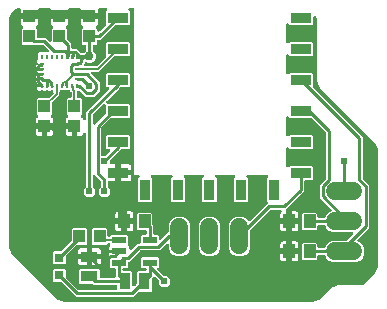
<source format=gbr>
G04 EAGLE Gerber X2 export*
%TF.Part,Single*%
%TF.FileFunction,Copper,L1,Top,Mixed*%
%TF.FilePolarity,Positive*%
%TF.GenerationSoftware,Autodesk,EAGLE,9.1.1*%
%TF.CreationDate,2018-08-02T16:49:24Z*%
G75*
%MOMM*%
%FSLAX34Y34*%
%LPD*%
%AMOC8*
5,1,8,0,0,1.08239X$1,22.5*%
G01*
%ADD10C,1.524000*%
%ADD11R,0.965200X1.447800*%
%ADD12R,1.447800X0.965200*%
%ADD13R,1.000000X1.100000*%
%ADD14R,0.800000X0.800000*%
%ADD15R,1.005600X1.199997*%
%ADD16R,1.778000X0.914400*%
%ADD17R,0.914400X1.778000*%
%ADD18R,0.270000X0.450000*%
%ADD19R,0.450000X0.270000*%
%ADD20R,1.200000X0.600000*%
%ADD21C,0.152400*%
%ADD22C,0.756400*%
%ADD23C,0.254000*%
%ADD24C,0.606400*%
%ADD25C,0.127000*%
%ADD26C,0.330200*%

G36*
X1306669Y389258D02*
X1306669Y389258D01*
X1306774Y389262D01*
X1308384Y389420D01*
X1308488Y389444D01*
X1308593Y389459D01*
X1308673Y389486D01*
X1308694Y389491D01*
X1308709Y389498D01*
X1308746Y389511D01*
X1311721Y390744D01*
X1311814Y390796D01*
X1311910Y390841D01*
X1311979Y390890D01*
X1311998Y390901D01*
X1312009Y390912D01*
X1312041Y390935D01*
X1313292Y391962D01*
X1313305Y391976D01*
X1313384Y392045D01*
X1318613Y397274D01*
X1322148Y400809D01*
X1327983Y403226D01*
X1348169Y403226D01*
X1348267Y403238D01*
X1348366Y403241D01*
X1348424Y403258D01*
X1348484Y403266D01*
X1348576Y403302D01*
X1348672Y403330D01*
X1348724Y403360D01*
X1348780Y403383D01*
X1348860Y403441D01*
X1348946Y403491D01*
X1349021Y403557D01*
X1349037Y403569D01*
X1349045Y403579D01*
X1349066Y403598D01*
X1349964Y404495D01*
X1349964Y404496D01*
X1358203Y412734D01*
X1359285Y413816D01*
X1359297Y413831D01*
X1359368Y413908D01*
X1360395Y415159D01*
X1360435Y415222D01*
X1360441Y415229D01*
X1360445Y415239D01*
X1360452Y415249D01*
X1360516Y415334D01*
X1360553Y415410D01*
X1360564Y415428D01*
X1360569Y415443D01*
X1360586Y415479D01*
X1361819Y418454D01*
X1361847Y418557D01*
X1361884Y418657D01*
X1361897Y418740D01*
X1361903Y418761D01*
X1361903Y418777D01*
X1361910Y418816D01*
X1362068Y420426D01*
X1362068Y420446D01*
X1362074Y420550D01*
X1362074Y516710D01*
X1362072Y516729D01*
X1362068Y516834D01*
X1361910Y518444D01*
X1361886Y518548D01*
X1361871Y518653D01*
X1361844Y518733D01*
X1361839Y518754D01*
X1361832Y518769D01*
X1361819Y518806D01*
X1360586Y521781D01*
X1360580Y521793D01*
X1360578Y521797D01*
X1360569Y521812D01*
X1360534Y521874D01*
X1360489Y521970D01*
X1360440Y522039D01*
X1360429Y522058D01*
X1360418Y522069D01*
X1360395Y522101D01*
X1359368Y523352D01*
X1359354Y523365D01*
X1359285Y523444D01*
X1315956Y566773D01*
X1314654Y568074D01*
X1314654Y568075D01*
X1312421Y570308D01*
X1310004Y576143D01*
X1310004Y625662D01*
X1309996Y625730D01*
X1309997Y625799D01*
X1309976Y625887D01*
X1309964Y625977D01*
X1309939Y626041D01*
X1309937Y626049D01*
X1310003Y627425D01*
X1310002Y627442D01*
X1310004Y627486D01*
X1310004Y627691D01*
X1310002Y627708D01*
X1310003Y627755D01*
X1309919Y629399D01*
X1309901Y629504D01*
X1309891Y629610D01*
X1309867Y629691D01*
X1309864Y629712D01*
X1309857Y629727D01*
X1309846Y629764D01*
X1309578Y630509D01*
X1309533Y630598D01*
X1309496Y630691D01*
X1309461Y630739D01*
X1309434Y630793D01*
X1309368Y630868D01*
X1309310Y630948D01*
X1309264Y630987D01*
X1309224Y631031D01*
X1309142Y631088D01*
X1309065Y631151D01*
X1309011Y631177D01*
X1308961Y631210D01*
X1308867Y631244D01*
X1308777Y631287D01*
X1308718Y631298D01*
X1308662Y631318D01*
X1308562Y631328D01*
X1308464Y631347D01*
X1308405Y631343D01*
X1308345Y631349D01*
X1308247Y631333D01*
X1308147Y631327D01*
X1308090Y631308D01*
X1308031Y631299D01*
X1307939Y631260D01*
X1307845Y631229D01*
X1307794Y631197D01*
X1307739Y631173D01*
X1307660Y631112D01*
X1307576Y631059D01*
X1307535Y631015D01*
X1307488Y630979D01*
X1307426Y630900D01*
X1307358Y630827D01*
X1307329Y630775D01*
X1307292Y630728D01*
X1307253Y630636D01*
X1307204Y630548D01*
X1307190Y630491D01*
X1307166Y630436D01*
X1307150Y630337D01*
X1307125Y630241D01*
X1307119Y630142D01*
X1307115Y630122D01*
X1307117Y630109D01*
X1307115Y630080D01*
X1307115Y624446D01*
X1306222Y623553D01*
X1287178Y623553D01*
X1286137Y624594D01*
X1286028Y624679D01*
X1285921Y624768D01*
X1285902Y624777D01*
X1285886Y624789D01*
X1285759Y624844D01*
X1285633Y624904D01*
X1285613Y624907D01*
X1285594Y624916D01*
X1285456Y624937D01*
X1285320Y624963D01*
X1285300Y624962D01*
X1285280Y624965D01*
X1285141Y624952D01*
X1285003Y624944D01*
X1284984Y624937D01*
X1284964Y624936D01*
X1284832Y624888D01*
X1284701Y624846D01*
X1284683Y624835D01*
X1284664Y624828D01*
X1284549Y624750D01*
X1284432Y624675D01*
X1284418Y624661D01*
X1284401Y624649D01*
X1284309Y624545D01*
X1284214Y624444D01*
X1284204Y624426D01*
X1284191Y624411D01*
X1284127Y624287D01*
X1284060Y624165D01*
X1284055Y624146D01*
X1284046Y624128D01*
X1284016Y623992D01*
X1283981Y623857D01*
X1283979Y623829D01*
X1283976Y623817D01*
X1283977Y623797D01*
X1283971Y623697D01*
X1283971Y609353D01*
X1283988Y609215D01*
X1284001Y609077D01*
X1284008Y609058D01*
X1284011Y609038D01*
X1284062Y608909D01*
X1284109Y608778D01*
X1284120Y608761D01*
X1284128Y608742D01*
X1284209Y608630D01*
X1284287Y608514D01*
X1284303Y608501D01*
X1284314Y608485D01*
X1284422Y608396D01*
X1284526Y608304D01*
X1284544Y608295D01*
X1284559Y608282D01*
X1284685Y608223D01*
X1284809Y608159D01*
X1284829Y608155D01*
X1284847Y608146D01*
X1284984Y608120D01*
X1285119Y608090D01*
X1285140Y608090D01*
X1285159Y608087D01*
X1285298Y608095D01*
X1285437Y608099D01*
X1285457Y608105D01*
X1285477Y608106D01*
X1285609Y608149D01*
X1285743Y608188D01*
X1285760Y608198D01*
X1285779Y608204D01*
X1285897Y608279D01*
X1286017Y608349D01*
X1286038Y608368D01*
X1286048Y608375D01*
X1286062Y608390D01*
X1286137Y608456D01*
X1287178Y609497D01*
X1306222Y609497D01*
X1307115Y608604D01*
X1307115Y598196D01*
X1306222Y597303D01*
X1287178Y597303D01*
X1286137Y598344D01*
X1286047Y598414D01*
X1286021Y598439D01*
X1286007Y598447D01*
X1285921Y598518D01*
X1285902Y598527D01*
X1285886Y598539D01*
X1285759Y598594D01*
X1285633Y598654D01*
X1285613Y598657D01*
X1285594Y598666D01*
X1285456Y598687D01*
X1285320Y598713D01*
X1285300Y598712D01*
X1285280Y598715D01*
X1285141Y598702D01*
X1285003Y598694D01*
X1284984Y598687D01*
X1284964Y598686D01*
X1284832Y598638D01*
X1284701Y598596D01*
X1284683Y598585D01*
X1284664Y598578D01*
X1284549Y598500D01*
X1284432Y598425D01*
X1284418Y598411D01*
X1284401Y598399D01*
X1284309Y598295D01*
X1284214Y598194D01*
X1284204Y598176D01*
X1284191Y598161D01*
X1284127Y598037D01*
X1284060Y597915D01*
X1284055Y597896D01*
X1284046Y597878D01*
X1284016Y597742D01*
X1283981Y597607D01*
X1283979Y597579D01*
X1283976Y597567D01*
X1283977Y597547D01*
X1283974Y597496D01*
X1283973Y597493D01*
X1283973Y597490D01*
X1283971Y597447D01*
X1283971Y583103D01*
X1283988Y582965D01*
X1284001Y582827D01*
X1284008Y582808D01*
X1284011Y582788D01*
X1284062Y582659D01*
X1284109Y582528D01*
X1284120Y582511D01*
X1284128Y582492D01*
X1284209Y582380D01*
X1284287Y582264D01*
X1284303Y582251D01*
X1284314Y582235D01*
X1284422Y582146D01*
X1284526Y582054D01*
X1284544Y582045D01*
X1284559Y582032D01*
X1284685Y581973D01*
X1284809Y581909D01*
X1284829Y581905D01*
X1284847Y581896D01*
X1284984Y581870D01*
X1285119Y581840D01*
X1285140Y581840D01*
X1285159Y581837D01*
X1285298Y581845D01*
X1285437Y581849D01*
X1285457Y581855D01*
X1285477Y581856D01*
X1285609Y581899D01*
X1285743Y581938D01*
X1285760Y581948D01*
X1285779Y581954D01*
X1285897Y582029D01*
X1286017Y582099D01*
X1286038Y582118D01*
X1286048Y582125D01*
X1286062Y582140D01*
X1286137Y582206D01*
X1287178Y583247D01*
X1306222Y583247D01*
X1307115Y582354D01*
X1307115Y571803D01*
X1307086Y571748D01*
X1307078Y571709D01*
X1307062Y571672D01*
X1307043Y571554D01*
X1307017Y571438D01*
X1307018Y571397D01*
X1307012Y571357D01*
X1307023Y571239D01*
X1307026Y571120D01*
X1307038Y571081D01*
X1307041Y571041D01*
X1307082Y570929D01*
X1307115Y570814D01*
X1307135Y570780D01*
X1307149Y570742D01*
X1307216Y570643D01*
X1307276Y570540D01*
X1307316Y570495D01*
X1307328Y570478D01*
X1307343Y570465D01*
X1307383Y570420D01*
X1346986Y530816D01*
X1348995Y528808D01*
X1348995Y493931D01*
X1349007Y493833D01*
X1349010Y493734D01*
X1349027Y493676D01*
X1349035Y493615D01*
X1349071Y493523D01*
X1349099Y493428D01*
X1349129Y493376D01*
X1349152Y493320D01*
X1349210Y493240D01*
X1349260Y493154D01*
X1349326Y493079D01*
X1349338Y493062D01*
X1349348Y493055D01*
X1349366Y493033D01*
X1354329Y488071D01*
X1354329Y451729D01*
X1344710Y442111D01*
X1344680Y442071D01*
X1344643Y442038D01*
X1344583Y441946D01*
X1344516Y441859D01*
X1344496Y441814D01*
X1344469Y441772D01*
X1344433Y441668D01*
X1344389Y441567D01*
X1344381Y441518D01*
X1344365Y441471D01*
X1344357Y441362D01*
X1344339Y441253D01*
X1344344Y441204D01*
X1344340Y441154D01*
X1344359Y441046D01*
X1344369Y440937D01*
X1344386Y440890D01*
X1344394Y440841D01*
X1344440Y440741D01*
X1344477Y440637D01*
X1344505Y440596D01*
X1344525Y440551D01*
X1344594Y440465D01*
X1344655Y440374D01*
X1344693Y440341D01*
X1344724Y440303D01*
X1344812Y440236D01*
X1344894Y440164D01*
X1344938Y440141D01*
X1344978Y440111D01*
X1345122Y440040D01*
X1346300Y439553D01*
X1348873Y436980D01*
X1350265Y433619D01*
X1350265Y429981D01*
X1348873Y426620D01*
X1346300Y424047D01*
X1342939Y422655D01*
X1324061Y422655D01*
X1320700Y424047D01*
X1318127Y426620D01*
X1317464Y428222D01*
X1317449Y428247D01*
X1317440Y428275D01*
X1317371Y428385D01*
X1317306Y428498D01*
X1317286Y428519D01*
X1317270Y428544D01*
X1317175Y428633D01*
X1317085Y428726D01*
X1317060Y428742D01*
X1317038Y428762D01*
X1316925Y428825D01*
X1316814Y428893D01*
X1316786Y428901D01*
X1316760Y428916D01*
X1316634Y428948D01*
X1316510Y428986D01*
X1316481Y428988D01*
X1316452Y428995D01*
X1316291Y429005D01*
X1311750Y429005D01*
X1311632Y428990D01*
X1311513Y428983D01*
X1311475Y428970D01*
X1311434Y428965D01*
X1311324Y428922D01*
X1311211Y428885D01*
X1311176Y428863D01*
X1311139Y428848D01*
X1311042Y428779D01*
X1310942Y428715D01*
X1310914Y428685D01*
X1310881Y428662D01*
X1310805Y428570D01*
X1310724Y428483D01*
X1310704Y428448D01*
X1310679Y428417D01*
X1310628Y428309D01*
X1310570Y428205D01*
X1310560Y428165D01*
X1310543Y428129D01*
X1310521Y428012D01*
X1310491Y427897D01*
X1310487Y427837D01*
X1310483Y427817D01*
X1310485Y427796D01*
X1310481Y427736D01*
X1310481Y425168D01*
X1309588Y424275D01*
X1298268Y424275D01*
X1297375Y425168D01*
X1297375Y438432D01*
X1298268Y439325D01*
X1309588Y439325D01*
X1310481Y438432D01*
X1310481Y435864D01*
X1310496Y435746D01*
X1310503Y435627D01*
X1310515Y435589D01*
X1310521Y435548D01*
X1310564Y435438D01*
X1310601Y435325D01*
X1310623Y435290D01*
X1310638Y435253D01*
X1310707Y435157D01*
X1310771Y435056D01*
X1310801Y435028D01*
X1310824Y434995D01*
X1310916Y434919D01*
X1311003Y434838D01*
X1311038Y434818D01*
X1311069Y434793D01*
X1311177Y434742D01*
X1311281Y434684D01*
X1311321Y434674D01*
X1311357Y434657D01*
X1311474Y434635D01*
X1311589Y434605D01*
X1311649Y434601D01*
X1311669Y434597D01*
X1311690Y434599D01*
X1311750Y434595D01*
X1316291Y434595D01*
X1316321Y434598D01*
X1316350Y434596D01*
X1316478Y434618D01*
X1316607Y434635D01*
X1316634Y434645D01*
X1316663Y434650D01*
X1316782Y434704D01*
X1316903Y434752D01*
X1316926Y434769D01*
X1316953Y434781D01*
X1317055Y434862D01*
X1317160Y434938D01*
X1317179Y434961D01*
X1317202Y434980D01*
X1317280Y435083D01*
X1317363Y435183D01*
X1317375Y435210D01*
X1317393Y435234D01*
X1317464Y435378D01*
X1318127Y436980D01*
X1320700Y439553D01*
X1324061Y440945D01*
X1335114Y440945D01*
X1335212Y440957D01*
X1335311Y440960D01*
X1335370Y440977D01*
X1335430Y440985D01*
X1335522Y441021D01*
X1335617Y441049D01*
X1335669Y441079D01*
X1335725Y441102D01*
X1335806Y441160D01*
X1335891Y441210D01*
X1335966Y441276D01*
X1335983Y441288D01*
X1335991Y441298D01*
X1336012Y441316D01*
X1340584Y445889D01*
X1340669Y445998D01*
X1340758Y446105D01*
X1340766Y446124D01*
X1340779Y446140D01*
X1340834Y446268D01*
X1340893Y446393D01*
X1340897Y446413D01*
X1340905Y446432D01*
X1340927Y446570D01*
X1340953Y446706D01*
X1340952Y446726D01*
X1340955Y446746D01*
X1340942Y446885D01*
X1340933Y447023D01*
X1340927Y447042D01*
X1340925Y447062D01*
X1340878Y447194D01*
X1340835Y447325D01*
X1340824Y447343D01*
X1340818Y447362D01*
X1340739Y447477D01*
X1340665Y447594D01*
X1340650Y447608D01*
X1340639Y447625D01*
X1340535Y447717D01*
X1340433Y447812D01*
X1340416Y447822D01*
X1340401Y447835D01*
X1340276Y447899D01*
X1340155Y447966D01*
X1340135Y447971D01*
X1340117Y447980D01*
X1339981Y448010D01*
X1339847Y448045D01*
X1339819Y448047D01*
X1339807Y448050D01*
X1339787Y448049D01*
X1339686Y448055D01*
X1324061Y448055D01*
X1320700Y449447D01*
X1318127Y452020D01*
X1317464Y453622D01*
X1317449Y453647D01*
X1317440Y453675D01*
X1317371Y453785D01*
X1317306Y453898D01*
X1317286Y453919D01*
X1317270Y453944D01*
X1317175Y454033D01*
X1317085Y454126D01*
X1317060Y454142D01*
X1317038Y454162D01*
X1316925Y454225D01*
X1316814Y454293D01*
X1316786Y454301D01*
X1316760Y454316D01*
X1316634Y454348D01*
X1316510Y454386D01*
X1316481Y454388D01*
X1316452Y454395D01*
X1316291Y454405D01*
X1311750Y454405D01*
X1311632Y454390D01*
X1311513Y454383D01*
X1311475Y454370D01*
X1311434Y454365D01*
X1311324Y454322D01*
X1311211Y454285D01*
X1311176Y454263D01*
X1311139Y454248D01*
X1311042Y454179D01*
X1310942Y454115D01*
X1310914Y454085D01*
X1310881Y454062D01*
X1310805Y453970D01*
X1310724Y453883D01*
X1310704Y453848D01*
X1310679Y453817D01*
X1310628Y453709D01*
X1310570Y453605D01*
X1310560Y453565D01*
X1310543Y453529D01*
X1310521Y453412D01*
X1310491Y453297D01*
X1310487Y453237D01*
X1310483Y453217D01*
X1310485Y453196D01*
X1310481Y453136D01*
X1310481Y450568D01*
X1309588Y449675D01*
X1298268Y449675D01*
X1297375Y450568D01*
X1297375Y463832D01*
X1298268Y464725D01*
X1309588Y464725D01*
X1310481Y463832D01*
X1310481Y461264D01*
X1310496Y461146D01*
X1310503Y461027D01*
X1310515Y460989D01*
X1310521Y460948D01*
X1310564Y460838D01*
X1310601Y460725D01*
X1310623Y460690D01*
X1310638Y460653D01*
X1310707Y460557D01*
X1310771Y460456D01*
X1310801Y460428D01*
X1310824Y460395D01*
X1310916Y460319D01*
X1311003Y460238D01*
X1311038Y460218D01*
X1311069Y460193D01*
X1311177Y460142D01*
X1311281Y460084D01*
X1311321Y460074D01*
X1311357Y460057D01*
X1311474Y460035D01*
X1311589Y460005D01*
X1311649Y460001D01*
X1311669Y459997D01*
X1311690Y459999D01*
X1311750Y459995D01*
X1316291Y459995D01*
X1316321Y459998D01*
X1316350Y459996D01*
X1316478Y460018D01*
X1316607Y460035D01*
X1316634Y460045D01*
X1316663Y460050D01*
X1316782Y460104D01*
X1316903Y460152D01*
X1316926Y460169D01*
X1316953Y460181D01*
X1317055Y460262D01*
X1317160Y460338D01*
X1317179Y460361D01*
X1317202Y460380D01*
X1317280Y460483D01*
X1317363Y460583D01*
X1317375Y460610D01*
X1317393Y460634D01*
X1317464Y460778D01*
X1318127Y462380D01*
X1320700Y464953D01*
X1321878Y465440D01*
X1321921Y465465D01*
X1321968Y465482D01*
X1322059Y465543D01*
X1322154Y465598D01*
X1322190Y465633D01*
X1322231Y465660D01*
X1322303Y465743D01*
X1322382Y465819D01*
X1322408Y465862D01*
X1322441Y465899D01*
X1322491Y465997D01*
X1322549Y466090D01*
X1322563Y466138D01*
X1322586Y466182D01*
X1322610Y466289D01*
X1322642Y466394D01*
X1322645Y466444D01*
X1322656Y466492D01*
X1322652Y466602D01*
X1322657Y466712D01*
X1322647Y466760D01*
X1322646Y466810D01*
X1322615Y466916D01*
X1322593Y467023D01*
X1322571Y467068D01*
X1322557Y467116D01*
X1322502Y467210D01*
X1322453Y467309D01*
X1322421Y467347D01*
X1322396Y467390D01*
X1322290Y467511D01*
X1312671Y477129D01*
X1312671Y488071D01*
X1317634Y493033D01*
X1317694Y493112D01*
X1317762Y493184D01*
X1317791Y493237D01*
X1317828Y493285D01*
X1317868Y493376D01*
X1317916Y493462D01*
X1317931Y493521D01*
X1317955Y493577D01*
X1317970Y493675D01*
X1317995Y493770D01*
X1318001Y493870D01*
X1318005Y493891D01*
X1318003Y493903D01*
X1318005Y493931D01*
X1318005Y531717D01*
X1317993Y531815D01*
X1317990Y531914D01*
X1317973Y531972D01*
X1317965Y532032D01*
X1317929Y532124D01*
X1317901Y532219D01*
X1317871Y532272D01*
X1317848Y532328D01*
X1317790Y532408D01*
X1317740Y532493D01*
X1317674Y532569D01*
X1317662Y532585D01*
X1317652Y532593D01*
X1317634Y532614D01*
X1305816Y544432D01*
X1305738Y544492D01*
X1305666Y544560D01*
X1305613Y544589D01*
X1305565Y544626D01*
X1305474Y544666D01*
X1305387Y544714D01*
X1305329Y544729D01*
X1305273Y544753D01*
X1305175Y544768D01*
X1305079Y544793D01*
X1304979Y544799D01*
X1304959Y544803D01*
X1304947Y544801D01*
X1304919Y544803D01*
X1287178Y544803D01*
X1286137Y545844D01*
X1286028Y545929D01*
X1285921Y546018D01*
X1285902Y546027D01*
X1285886Y546039D01*
X1285759Y546094D01*
X1285633Y546154D01*
X1285613Y546157D01*
X1285594Y546166D01*
X1285456Y546187D01*
X1285320Y546213D01*
X1285300Y546212D01*
X1285280Y546215D01*
X1285141Y546202D01*
X1285003Y546194D01*
X1284984Y546187D01*
X1284964Y546186D01*
X1284832Y546138D01*
X1284701Y546096D01*
X1284683Y546085D01*
X1284664Y546078D01*
X1284549Y546000D01*
X1284432Y545925D01*
X1284418Y545911D01*
X1284401Y545899D01*
X1284309Y545795D01*
X1284214Y545694D01*
X1284204Y545676D01*
X1284191Y545661D01*
X1284127Y545537D01*
X1284060Y545415D01*
X1284055Y545396D01*
X1284046Y545378D01*
X1284016Y545242D01*
X1283981Y545107D01*
X1283979Y545079D01*
X1283976Y545067D01*
X1283977Y545047D01*
X1283971Y544947D01*
X1283971Y530603D01*
X1283988Y530465D01*
X1284001Y530327D01*
X1284008Y530308D01*
X1284011Y530288D01*
X1284062Y530159D01*
X1284109Y530028D01*
X1284120Y530011D01*
X1284128Y529992D01*
X1284209Y529880D01*
X1284287Y529764D01*
X1284303Y529751D01*
X1284314Y529735D01*
X1284422Y529646D01*
X1284526Y529554D01*
X1284544Y529545D01*
X1284559Y529532D01*
X1284685Y529473D01*
X1284809Y529409D01*
X1284829Y529405D01*
X1284847Y529396D01*
X1284984Y529370D01*
X1285119Y529340D01*
X1285140Y529340D01*
X1285159Y529337D01*
X1285298Y529345D01*
X1285437Y529349D01*
X1285457Y529355D01*
X1285477Y529356D01*
X1285609Y529399D01*
X1285743Y529438D01*
X1285760Y529448D01*
X1285779Y529454D01*
X1285897Y529529D01*
X1286017Y529599D01*
X1286038Y529618D01*
X1286048Y529625D01*
X1286062Y529640D01*
X1286137Y529706D01*
X1287178Y530747D01*
X1306222Y530747D01*
X1307115Y529854D01*
X1307115Y519446D01*
X1306222Y518553D01*
X1287178Y518553D01*
X1286137Y519594D01*
X1286028Y519679D01*
X1285921Y519768D01*
X1285902Y519777D01*
X1285886Y519789D01*
X1285759Y519844D01*
X1285633Y519904D01*
X1285613Y519907D01*
X1285594Y519916D01*
X1285456Y519937D01*
X1285320Y519963D01*
X1285300Y519962D01*
X1285280Y519965D01*
X1285141Y519952D01*
X1285003Y519944D01*
X1284984Y519937D01*
X1284964Y519936D01*
X1284832Y519888D01*
X1284701Y519846D01*
X1284683Y519835D01*
X1284664Y519828D01*
X1284549Y519750D01*
X1284432Y519675D01*
X1284418Y519661D01*
X1284401Y519649D01*
X1284309Y519545D01*
X1284214Y519444D01*
X1284204Y519426D01*
X1284191Y519411D01*
X1284127Y519287D01*
X1284060Y519165D01*
X1284055Y519146D01*
X1284046Y519128D01*
X1284016Y518992D01*
X1283981Y518857D01*
X1283979Y518829D01*
X1283976Y518817D01*
X1283977Y518797D01*
X1283971Y518697D01*
X1283971Y504353D01*
X1283988Y504215D01*
X1284001Y504077D01*
X1284008Y504058D01*
X1284011Y504038D01*
X1284062Y503909D01*
X1284109Y503778D01*
X1284120Y503761D01*
X1284128Y503742D01*
X1284209Y503630D01*
X1284287Y503514D01*
X1284303Y503501D01*
X1284314Y503485D01*
X1284422Y503396D01*
X1284526Y503304D01*
X1284544Y503295D01*
X1284559Y503282D01*
X1284685Y503223D01*
X1284809Y503159D01*
X1284829Y503155D01*
X1284847Y503146D01*
X1284984Y503120D01*
X1285119Y503090D01*
X1285140Y503090D01*
X1285159Y503087D01*
X1285298Y503095D01*
X1285437Y503099D01*
X1285457Y503105D01*
X1285477Y503106D01*
X1285609Y503149D01*
X1285743Y503188D01*
X1285760Y503198D01*
X1285779Y503204D01*
X1285897Y503279D01*
X1286017Y503349D01*
X1286038Y503368D01*
X1286048Y503375D01*
X1286062Y503390D01*
X1286137Y503456D01*
X1287178Y504497D01*
X1306222Y504497D01*
X1307115Y503604D01*
X1307115Y493196D01*
X1306222Y492303D01*
X1300764Y492303D01*
X1300646Y492288D01*
X1300527Y492281D01*
X1300489Y492268D01*
X1300448Y492263D01*
X1300338Y492220D01*
X1300225Y492183D01*
X1300190Y492161D01*
X1300153Y492146D01*
X1300057Y492077D01*
X1299956Y492013D01*
X1299928Y491983D01*
X1299895Y491960D01*
X1299819Y491868D01*
X1299738Y491781D01*
X1299718Y491746D01*
X1299693Y491715D01*
X1299642Y491607D01*
X1299584Y491503D01*
X1299574Y491463D01*
X1299557Y491427D01*
X1299535Y491310D01*
X1299505Y491195D01*
X1299501Y491135D01*
X1299497Y491115D01*
X1299499Y491094D01*
X1299495Y491034D01*
X1299495Y482742D01*
X1284660Y467907D01*
X1284575Y467798D01*
X1284486Y467691D01*
X1284477Y467672D01*
X1284465Y467656D01*
X1284409Y467528D01*
X1284350Y467403D01*
X1284347Y467383D01*
X1284338Y467364D01*
X1284317Y467226D01*
X1284291Y467090D01*
X1284292Y467070D01*
X1284289Y467050D01*
X1284302Y466911D01*
X1284310Y466773D01*
X1284317Y466754D01*
X1284318Y466734D01*
X1284359Y466622D01*
X1284359Y459713D01*
X1279303Y459713D01*
X1279303Y463534D01*
X1279476Y464181D01*
X1279811Y464760D01*
X1279989Y464938D01*
X1280075Y465048D01*
X1280163Y465155D01*
X1280172Y465174D01*
X1280184Y465190D01*
X1280240Y465318D01*
X1280299Y465443D01*
X1280303Y465463D01*
X1280311Y465482D01*
X1280333Y465619D01*
X1280359Y465756D01*
X1280357Y465776D01*
X1280361Y465796D01*
X1280348Y465934D01*
X1280339Y466073D01*
X1280333Y466092D01*
X1280331Y466112D01*
X1280284Y466243D01*
X1280241Y466375D01*
X1280230Y466393D01*
X1280223Y466412D01*
X1280145Y466527D01*
X1280071Y466644D01*
X1280056Y466658D01*
X1280045Y466675D01*
X1279940Y466767D01*
X1279839Y466862D01*
X1279821Y466872D01*
X1279806Y466885D01*
X1279683Y466948D01*
X1279561Y467016D01*
X1279541Y467021D01*
X1279523Y467030D01*
X1279387Y467060D01*
X1279253Y467095D01*
X1279225Y467097D01*
X1279213Y467100D01*
X1279192Y467099D01*
X1279092Y467105D01*
X1271683Y467105D01*
X1271585Y467093D01*
X1271486Y467090D01*
X1271428Y467073D01*
X1271368Y467065D01*
X1271276Y467029D01*
X1271181Y467001D01*
X1271128Y466971D01*
X1271072Y466948D01*
X1270992Y466890D01*
X1270907Y466840D01*
X1270831Y466774D01*
X1270815Y466762D01*
X1270807Y466752D01*
X1270786Y466734D01*
X1254116Y450064D01*
X1254056Y449986D01*
X1253988Y449914D01*
X1253959Y449861D01*
X1253922Y449813D01*
X1253882Y449722D01*
X1253834Y449635D01*
X1253819Y449577D01*
X1253795Y449521D01*
X1253780Y449423D01*
X1253755Y449327D01*
X1253749Y449227D01*
X1253745Y449207D01*
X1253747Y449195D01*
X1253745Y449167D01*
X1253745Y435061D01*
X1252353Y431700D01*
X1249780Y429127D01*
X1246419Y427735D01*
X1242781Y427735D01*
X1239420Y429127D01*
X1236847Y431700D01*
X1235455Y435061D01*
X1235455Y453939D01*
X1236847Y457300D01*
X1239420Y459873D01*
X1242781Y461265D01*
X1246419Y461265D01*
X1249780Y459873D01*
X1252003Y457650D01*
X1252097Y457577D01*
X1252186Y457498D01*
X1252222Y457480D01*
X1252254Y457455D01*
X1252363Y457408D01*
X1252469Y457354D01*
X1252509Y457345D01*
X1252546Y457329D01*
X1252663Y457310D01*
X1252779Y457284D01*
X1252820Y457285D01*
X1252860Y457279D01*
X1252978Y457290D01*
X1253097Y457294D01*
X1253136Y457305D01*
X1253176Y457309D01*
X1253289Y457349D01*
X1253403Y457382D01*
X1253438Y457403D01*
X1253476Y457416D01*
X1253574Y457483D01*
X1253677Y457544D01*
X1253722Y457583D01*
X1253739Y457595D01*
X1253752Y457610D01*
X1253798Y457650D01*
X1266834Y470686D01*
X1268167Y472020D01*
X1268240Y472114D01*
X1268319Y472203D01*
X1268337Y472239D01*
X1268362Y472271D01*
X1268409Y472380D01*
X1268464Y472486D01*
X1268472Y472525D01*
X1268488Y472563D01*
X1268507Y472680D01*
X1268533Y472796D01*
X1268532Y472837D01*
X1268538Y472877D01*
X1268527Y472995D01*
X1268524Y473114D01*
X1268512Y473153D01*
X1268509Y473193D01*
X1268468Y473305D01*
X1268435Y473420D01*
X1268415Y473455D01*
X1268401Y473493D01*
X1268334Y473591D01*
X1268274Y473694D01*
X1268234Y473739D01*
X1268222Y473756D01*
X1268207Y473769D01*
X1268167Y473815D01*
X1267603Y474378D01*
X1267603Y493422D01*
X1268584Y494403D01*
X1268669Y494512D01*
X1268758Y494619D01*
X1268767Y494638D01*
X1268779Y494654D01*
X1268834Y494781D01*
X1268894Y494907D01*
X1268897Y494927D01*
X1268906Y494946D01*
X1268927Y495084D01*
X1268953Y495220D01*
X1268952Y495240D01*
X1268955Y495260D01*
X1268942Y495399D01*
X1268934Y495537D01*
X1268927Y495556D01*
X1268926Y495576D01*
X1268878Y495708D01*
X1268836Y495839D01*
X1268825Y495857D01*
X1268818Y495876D01*
X1268740Y495991D01*
X1268665Y496108D01*
X1268651Y496122D01*
X1268639Y496139D01*
X1268535Y496231D01*
X1268434Y496326D01*
X1268416Y496336D01*
X1268401Y496349D01*
X1268277Y496413D01*
X1268155Y496480D01*
X1268136Y496485D01*
X1268118Y496494D01*
X1267982Y496524D01*
X1267847Y496559D01*
X1267819Y496561D01*
X1267807Y496564D01*
X1267787Y496563D01*
X1267687Y496569D01*
X1251713Y496569D01*
X1251575Y496552D01*
X1251437Y496539D01*
X1251418Y496532D01*
X1251398Y496529D01*
X1251269Y496478D01*
X1251138Y496431D01*
X1251121Y496420D01*
X1251102Y496412D01*
X1250990Y496331D01*
X1250874Y496253D01*
X1250861Y496237D01*
X1250845Y496226D01*
X1250756Y496118D01*
X1250664Y496014D01*
X1250655Y495996D01*
X1250642Y495981D01*
X1250583Y495855D01*
X1250519Y495731D01*
X1250515Y495711D01*
X1250506Y495693D01*
X1250480Y495556D01*
X1250450Y495421D01*
X1250450Y495400D01*
X1250447Y495381D01*
X1250455Y495242D01*
X1250459Y495103D01*
X1250465Y495083D01*
X1250466Y495063D01*
X1250509Y494931D01*
X1250548Y494797D01*
X1250558Y494780D01*
X1250564Y494761D01*
X1250639Y494643D01*
X1250709Y494523D01*
X1250728Y494502D01*
X1250735Y494492D01*
X1250750Y494478D01*
X1250816Y494403D01*
X1251797Y493422D01*
X1251797Y474378D01*
X1250904Y473485D01*
X1240496Y473485D01*
X1239603Y474378D01*
X1239603Y493422D01*
X1240584Y494403D01*
X1240669Y494512D01*
X1240758Y494619D01*
X1240767Y494638D01*
X1240779Y494654D01*
X1240834Y494781D01*
X1240894Y494907D01*
X1240897Y494927D01*
X1240906Y494946D01*
X1240927Y495084D01*
X1240953Y495220D01*
X1240952Y495240D01*
X1240955Y495260D01*
X1240942Y495399D01*
X1240934Y495537D01*
X1240927Y495556D01*
X1240926Y495576D01*
X1240878Y495708D01*
X1240836Y495839D01*
X1240825Y495857D01*
X1240818Y495876D01*
X1240740Y495991D01*
X1240665Y496108D01*
X1240651Y496122D01*
X1240639Y496139D01*
X1240535Y496231D01*
X1240434Y496326D01*
X1240416Y496336D01*
X1240401Y496349D01*
X1240277Y496413D01*
X1240155Y496480D01*
X1240136Y496485D01*
X1240118Y496494D01*
X1239982Y496524D01*
X1239847Y496559D01*
X1239819Y496561D01*
X1239807Y496564D01*
X1239787Y496563D01*
X1239687Y496569D01*
X1225213Y496569D01*
X1225075Y496552D01*
X1224937Y496539D01*
X1224918Y496532D01*
X1224898Y496529D01*
X1224769Y496478D01*
X1224638Y496431D01*
X1224621Y496420D01*
X1224602Y496412D01*
X1224490Y496331D01*
X1224374Y496253D01*
X1224361Y496237D01*
X1224345Y496226D01*
X1224256Y496118D01*
X1224164Y496014D01*
X1224155Y495996D01*
X1224142Y495981D01*
X1224083Y495855D01*
X1224019Y495731D01*
X1224015Y495711D01*
X1224006Y495693D01*
X1223980Y495556D01*
X1223950Y495421D01*
X1223950Y495400D01*
X1223947Y495381D01*
X1223955Y495242D01*
X1223959Y495103D01*
X1223965Y495083D01*
X1223966Y495063D01*
X1224009Y494931D01*
X1224048Y494797D01*
X1224058Y494780D01*
X1224064Y494761D01*
X1224139Y494643D01*
X1224209Y494523D01*
X1224228Y494502D01*
X1224235Y494492D01*
X1224250Y494478D01*
X1224316Y494403D01*
X1225297Y493422D01*
X1225297Y474378D01*
X1224404Y473485D01*
X1213996Y473485D01*
X1213103Y474378D01*
X1213103Y493422D01*
X1214084Y494403D01*
X1214169Y494512D01*
X1214258Y494619D01*
X1214267Y494638D01*
X1214279Y494654D01*
X1214334Y494781D01*
X1214394Y494907D01*
X1214397Y494927D01*
X1214406Y494946D01*
X1214427Y495084D01*
X1214453Y495220D01*
X1214452Y495240D01*
X1214455Y495260D01*
X1214442Y495399D01*
X1214434Y495537D01*
X1214427Y495556D01*
X1214426Y495576D01*
X1214378Y495708D01*
X1214336Y495839D01*
X1214325Y495857D01*
X1214318Y495876D01*
X1214240Y495991D01*
X1214165Y496108D01*
X1214151Y496122D01*
X1214139Y496139D01*
X1214035Y496231D01*
X1213934Y496326D01*
X1213916Y496336D01*
X1213901Y496349D01*
X1213777Y496413D01*
X1213655Y496480D01*
X1213636Y496485D01*
X1213618Y496494D01*
X1213482Y496524D01*
X1213347Y496559D01*
X1213319Y496561D01*
X1213307Y496564D01*
X1213287Y496563D01*
X1213187Y496569D01*
X1198713Y496569D01*
X1198575Y496552D01*
X1198437Y496539D01*
X1198418Y496532D01*
X1198398Y496529D01*
X1198269Y496478D01*
X1198138Y496431D01*
X1198121Y496420D01*
X1198102Y496412D01*
X1197990Y496331D01*
X1197874Y496253D01*
X1197861Y496237D01*
X1197845Y496226D01*
X1197756Y496118D01*
X1197664Y496014D01*
X1197655Y495996D01*
X1197642Y495981D01*
X1197583Y495855D01*
X1197519Y495731D01*
X1197515Y495711D01*
X1197506Y495693D01*
X1197480Y495556D01*
X1197450Y495421D01*
X1197450Y495400D01*
X1197447Y495381D01*
X1197455Y495242D01*
X1197459Y495103D01*
X1197465Y495083D01*
X1197466Y495063D01*
X1197509Y494931D01*
X1197548Y494797D01*
X1197558Y494780D01*
X1197564Y494761D01*
X1197639Y494643D01*
X1197709Y494523D01*
X1197728Y494502D01*
X1197735Y494492D01*
X1197750Y494478D01*
X1197816Y494403D01*
X1198797Y493422D01*
X1198797Y474378D01*
X1197904Y473485D01*
X1187496Y473485D01*
X1186603Y474378D01*
X1186603Y493422D01*
X1187584Y494403D01*
X1187669Y494512D01*
X1187758Y494619D01*
X1187767Y494638D01*
X1187779Y494654D01*
X1187834Y494781D01*
X1187894Y494907D01*
X1187897Y494927D01*
X1187906Y494946D01*
X1187927Y495084D01*
X1187953Y495220D01*
X1187952Y495240D01*
X1187955Y495260D01*
X1187942Y495399D01*
X1187934Y495537D01*
X1187927Y495556D01*
X1187926Y495576D01*
X1187878Y495708D01*
X1187836Y495839D01*
X1187825Y495857D01*
X1187818Y495876D01*
X1187740Y495991D01*
X1187665Y496108D01*
X1187651Y496122D01*
X1187639Y496139D01*
X1187535Y496231D01*
X1187434Y496326D01*
X1187416Y496336D01*
X1187401Y496349D01*
X1187277Y496413D01*
X1187155Y496480D01*
X1187136Y496485D01*
X1187118Y496494D01*
X1186982Y496524D01*
X1186847Y496559D01*
X1186819Y496561D01*
X1186807Y496564D01*
X1186787Y496563D01*
X1186687Y496569D01*
X1170713Y496569D01*
X1170575Y496552D01*
X1170437Y496539D01*
X1170418Y496532D01*
X1170398Y496529D01*
X1170269Y496478D01*
X1170138Y496431D01*
X1170121Y496420D01*
X1170102Y496412D01*
X1169990Y496331D01*
X1169874Y496253D01*
X1169861Y496237D01*
X1169845Y496226D01*
X1169756Y496118D01*
X1169664Y496014D01*
X1169655Y495996D01*
X1169642Y495981D01*
X1169583Y495855D01*
X1169519Y495731D01*
X1169515Y495711D01*
X1169506Y495693D01*
X1169480Y495556D01*
X1169450Y495421D01*
X1169450Y495400D01*
X1169447Y495381D01*
X1169455Y495242D01*
X1169459Y495103D01*
X1169465Y495083D01*
X1169466Y495063D01*
X1169509Y494931D01*
X1169548Y494797D01*
X1169558Y494780D01*
X1169564Y494761D01*
X1169639Y494643D01*
X1169709Y494523D01*
X1169728Y494502D01*
X1169735Y494492D01*
X1169750Y494478D01*
X1169816Y494403D01*
X1170797Y493422D01*
X1170797Y474378D01*
X1169904Y473485D01*
X1159496Y473485D01*
X1158603Y474378D01*
X1158603Y493422D01*
X1159584Y494403D01*
X1159669Y494512D01*
X1159758Y494619D01*
X1159767Y494638D01*
X1159779Y494654D01*
X1159834Y494781D01*
X1159894Y494907D01*
X1159897Y494927D01*
X1159906Y494946D01*
X1159927Y495084D01*
X1159953Y495220D01*
X1159952Y495240D01*
X1159955Y495260D01*
X1159942Y495399D01*
X1159934Y495537D01*
X1159927Y495556D01*
X1159926Y495576D01*
X1159878Y495708D01*
X1159836Y495839D01*
X1159825Y495857D01*
X1159818Y495876D01*
X1159740Y495991D01*
X1159665Y496108D01*
X1159651Y496122D01*
X1159639Y496139D01*
X1159535Y496231D01*
X1159434Y496326D01*
X1159416Y496336D01*
X1159401Y496349D01*
X1159277Y496413D01*
X1159155Y496480D01*
X1159136Y496485D01*
X1159118Y496494D01*
X1158982Y496524D01*
X1158847Y496559D01*
X1158819Y496561D01*
X1158807Y496564D01*
X1158787Y496563D01*
X1158687Y496569D01*
X1155700Y496569D01*
X1155699Y496570D01*
X1155699Y636905D01*
X1155684Y637023D01*
X1155677Y637142D01*
X1155664Y637180D01*
X1155659Y637221D01*
X1155616Y637331D01*
X1155579Y637444D01*
X1155557Y637479D01*
X1155542Y637516D01*
X1155473Y637612D01*
X1155409Y637713D01*
X1155379Y637741D01*
X1155356Y637774D01*
X1155264Y637850D01*
X1155177Y637931D01*
X1155142Y637951D01*
X1155111Y637976D01*
X1155003Y638027D01*
X1154899Y638085D01*
X1154859Y638095D01*
X1154823Y638112D01*
X1154706Y638134D01*
X1154591Y638164D01*
X1154531Y638168D01*
X1154511Y638172D01*
X1154490Y638170D01*
X1154430Y638174D01*
X1151858Y638174D01*
X1151720Y638157D01*
X1151582Y638144D01*
X1151563Y638137D01*
X1151543Y638134D01*
X1151413Y638083D01*
X1151283Y638036D01*
X1151266Y638025D01*
X1151247Y638017D01*
X1151135Y637936D01*
X1151019Y637858D01*
X1151006Y637842D01*
X1150990Y637831D01*
X1150901Y637723D01*
X1150809Y637619D01*
X1150800Y637601D01*
X1150787Y637586D01*
X1150728Y637460D01*
X1150664Y637336D01*
X1150660Y637316D01*
X1150651Y637298D01*
X1150625Y637161D01*
X1150595Y637026D01*
X1150595Y637005D01*
X1150592Y636986D01*
X1150600Y636847D01*
X1150604Y636708D01*
X1150610Y636688D01*
X1150611Y636668D01*
X1150654Y636536D01*
X1150693Y636402D01*
X1150703Y636385D01*
X1150709Y636366D01*
X1150784Y636248D01*
X1150854Y636128D01*
X1150873Y636107D01*
X1150880Y636097D01*
X1150895Y636083D01*
X1150961Y636008D01*
X1152115Y634854D01*
X1152115Y624446D01*
X1151222Y623553D01*
X1140081Y623553D01*
X1139983Y623541D01*
X1139884Y623538D01*
X1139826Y623521D01*
X1139766Y623513D01*
X1139674Y623477D01*
X1139579Y623449D01*
X1139526Y623419D01*
X1139470Y623396D01*
X1139390Y623338D01*
X1139305Y623288D01*
X1139229Y623222D01*
X1139213Y623210D01*
X1139205Y623200D01*
X1139184Y623182D01*
X1127008Y611005D01*
X1125394Y611005D01*
X1125276Y610990D01*
X1125157Y610983D01*
X1125119Y610970D01*
X1125078Y610965D01*
X1124968Y610922D01*
X1124855Y610885D01*
X1124820Y610863D01*
X1124783Y610848D01*
X1124687Y610779D01*
X1124586Y610715D01*
X1124558Y610685D01*
X1124525Y610662D01*
X1124449Y610570D01*
X1124368Y610483D01*
X1124348Y610448D01*
X1124323Y610417D01*
X1124272Y610309D01*
X1124214Y610205D01*
X1124204Y610165D01*
X1124187Y610129D01*
X1124165Y610012D01*
X1124135Y609897D01*
X1124131Y609837D01*
X1124127Y609817D01*
X1124129Y609796D01*
X1124125Y609736D01*
X1124125Y607668D01*
X1123232Y606775D01*
X1121664Y606775D01*
X1121546Y606760D01*
X1121427Y606753D01*
X1121389Y606740D01*
X1121348Y606735D01*
X1121238Y606692D01*
X1121125Y606655D01*
X1121090Y606633D01*
X1121053Y606618D01*
X1120957Y606549D01*
X1120856Y606485D01*
X1120828Y606455D01*
X1120795Y606432D01*
X1120719Y606340D01*
X1120638Y606253D01*
X1120618Y606218D01*
X1120593Y606187D01*
X1120542Y606079D01*
X1120484Y605975D01*
X1120474Y605935D01*
X1120457Y605899D01*
X1120435Y605782D01*
X1120405Y605667D01*
X1120401Y605607D01*
X1120397Y605587D01*
X1120399Y605566D01*
X1120395Y605506D01*
X1120395Y602136D01*
X1120407Y602038D01*
X1120410Y601939D01*
X1120427Y601880D01*
X1120435Y601820D01*
X1120471Y601728D01*
X1120499Y601633D01*
X1120529Y601581D01*
X1120552Y601525D01*
X1120610Y601445D01*
X1120660Y601359D01*
X1120726Y601284D01*
X1120738Y601267D01*
X1120748Y601260D01*
X1120766Y601238D01*
X1122099Y599906D01*
X1122907Y597956D01*
X1122907Y595844D01*
X1122099Y593894D01*
X1120606Y592401D01*
X1118656Y591593D01*
X1116544Y591593D01*
X1115274Y592120D01*
X1115226Y592133D01*
X1115181Y592154D01*
X1115073Y592175D01*
X1114967Y592204D01*
X1114917Y592204D01*
X1114868Y592214D01*
X1114759Y592207D01*
X1114649Y592209D01*
X1114601Y592197D01*
X1114551Y592194D01*
X1114447Y592160D01*
X1114340Y592134D01*
X1114296Y592111D01*
X1114249Y592096D01*
X1114156Y592037D01*
X1114059Y591986D01*
X1114022Y591952D01*
X1113980Y591926D01*
X1113905Y591846D01*
X1113823Y591772D01*
X1113796Y591730D01*
X1113762Y591694D01*
X1113709Y591598D01*
X1113649Y591506D01*
X1113632Y591459D01*
X1113608Y591416D01*
X1113581Y591309D01*
X1113545Y591205D01*
X1113541Y591156D01*
X1113529Y591108D01*
X1113523Y591015D01*
X1113311Y590804D01*
X1113226Y590694D01*
X1113137Y590587D01*
X1113129Y590568D01*
X1113116Y590552D01*
X1113061Y590424D01*
X1113002Y590299D01*
X1112998Y590279D01*
X1112990Y590260D01*
X1112968Y590122D01*
X1112942Y589986D01*
X1112943Y589966D01*
X1112940Y589946D01*
X1112953Y589807D01*
X1112962Y589669D01*
X1112968Y589650D01*
X1112970Y589630D01*
X1113017Y589499D01*
X1113060Y589367D01*
X1113071Y589349D01*
X1113077Y589330D01*
X1113155Y589216D01*
X1113230Y589098D01*
X1113245Y589084D01*
X1113256Y589067D01*
X1113360Y588975D01*
X1113461Y588880D01*
X1113479Y588870D01*
X1113494Y588857D01*
X1113618Y588794D01*
X1113740Y588726D01*
X1113760Y588721D01*
X1113778Y588712D01*
X1113914Y588682D01*
X1114048Y588647D01*
X1114076Y588645D01*
X1114088Y588642D01*
X1114108Y588643D01*
X1114209Y588637D01*
X1123177Y588637D01*
X1123275Y588649D01*
X1123374Y588652D01*
X1123432Y588669D01*
X1123493Y588677D01*
X1123585Y588713D01*
X1123680Y588741D01*
X1123732Y588771D01*
X1123788Y588794D01*
X1123868Y588852D01*
X1123954Y588902D01*
X1124029Y588968D01*
X1124046Y588980D01*
X1124053Y588990D01*
X1124075Y589008D01*
X1131376Y596310D01*
X1131449Y596404D01*
X1131528Y596494D01*
X1131547Y596530D01*
X1131571Y596562D01*
X1131619Y596671D01*
X1131673Y596777D01*
X1131682Y596816D01*
X1131698Y596853D01*
X1131716Y596971D01*
X1131742Y597087D01*
X1131741Y597127D01*
X1131748Y597168D01*
X1131736Y597286D01*
X1131733Y597405D01*
X1131721Y597444D01*
X1131718Y597484D01*
X1131677Y597596D01*
X1131644Y597711D01*
X1131624Y597745D01*
X1131610Y597783D01*
X1131543Y597882D01*
X1131483Y597984D01*
X1131443Y598030D01*
X1131432Y598047D01*
X1131416Y598060D01*
X1131376Y598105D01*
X1131285Y598196D01*
X1131285Y608604D01*
X1132178Y609497D01*
X1151222Y609497D01*
X1152115Y608604D01*
X1152115Y598196D01*
X1151222Y597303D01*
X1139363Y597303D01*
X1139265Y597291D01*
X1139166Y597288D01*
X1139107Y597271D01*
X1139047Y597263D01*
X1138955Y597227D01*
X1138860Y597199D01*
X1138808Y597169D01*
X1138752Y597146D01*
X1138672Y597088D01*
X1138586Y597038D01*
X1138511Y596972D01*
X1138494Y596960D01*
X1138487Y596950D01*
X1138465Y596932D01*
X1125597Y584063D01*
X1120293Y584063D01*
X1120155Y584046D01*
X1120016Y584033D01*
X1119997Y584026D01*
X1119977Y584023D01*
X1119848Y583972D01*
X1119717Y583925D01*
X1119700Y583914D01*
X1119681Y583906D01*
X1119569Y583825D01*
X1119454Y583747D01*
X1119440Y583731D01*
X1119424Y583720D01*
X1119335Y583612D01*
X1119243Y583508D01*
X1119234Y583490D01*
X1119221Y583475D01*
X1119162Y583349D01*
X1119099Y583225D01*
X1119094Y583205D01*
X1119086Y583187D01*
X1119060Y583051D01*
X1119029Y582915D01*
X1119030Y582894D01*
X1119026Y582875D01*
X1119034Y582736D01*
X1119039Y582597D01*
X1119044Y582577D01*
X1119046Y582557D01*
X1119088Y582425D01*
X1119127Y582291D01*
X1119137Y582274D01*
X1119144Y582255D01*
X1119218Y582137D01*
X1119289Y582017D01*
X1119307Y581996D01*
X1119314Y581986D01*
X1119329Y581972D01*
X1119395Y581897D01*
X1124212Y577080D01*
X1126221Y575071D01*
X1126221Y567929D01*
X1121171Y562879D01*
X1114029Y562879D01*
X1109353Y567555D01*
X1109244Y567640D01*
X1109137Y567729D01*
X1109118Y567737D01*
X1109102Y567750D01*
X1108974Y567805D01*
X1108849Y567864D01*
X1108829Y567868D01*
X1108810Y567876D01*
X1108672Y567898D01*
X1108536Y567924D01*
X1108516Y567923D01*
X1108496Y567926D01*
X1108357Y567913D01*
X1108219Y567904D01*
X1108200Y567898D01*
X1108180Y567896D01*
X1108048Y567849D01*
X1107917Y567806D01*
X1107899Y567796D01*
X1107880Y567789D01*
X1107765Y567711D01*
X1107648Y567636D01*
X1107634Y567621D01*
X1107617Y567610D01*
X1107525Y567506D01*
X1107430Y567405D01*
X1107420Y567387D01*
X1107407Y567372D01*
X1107343Y567248D01*
X1107276Y567126D01*
X1107271Y567107D01*
X1107262Y567088D01*
X1107232Y566953D01*
X1107197Y566818D01*
X1107195Y566790D01*
X1107192Y566778D01*
X1107193Y566758D01*
X1107187Y566657D01*
X1107187Y562894D01*
X1107202Y562776D01*
X1107209Y562657D01*
X1107222Y562619D01*
X1107227Y562578D01*
X1107270Y562468D01*
X1107307Y562355D01*
X1107329Y562320D01*
X1107344Y562283D01*
X1107413Y562187D01*
X1107477Y562086D01*
X1107507Y562058D01*
X1107530Y562025D01*
X1107622Y561949D01*
X1107709Y561868D01*
X1107744Y561848D01*
X1107775Y561823D01*
X1107883Y561772D01*
X1107987Y561714D01*
X1108027Y561704D01*
X1108063Y561687D01*
X1108180Y561665D01*
X1108295Y561635D01*
X1108355Y561631D01*
X1108375Y561627D01*
X1108396Y561629D01*
X1108456Y561625D01*
X1110532Y561625D01*
X1111425Y560732D01*
X1111425Y548468D01*
X1110493Y547536D01*
X1110416Y547437D01*
X1110334Y547342D01*
X1110327Y547328D01*
X1110323Y547323D01*
X1110315Y547308D01*
X1110298Y547285D01*
X1110248Y547170D01*
X1110192Y547057D01*
X1110187Y547036D01*
X1110186Y547028D01*
X1110185Y547024D01*
X1110171Y546993D01*
X1110152Y546869D01*
X1110126Y546746D01*
X1110127Y546713D01*
X1110122Y546679D01*
X1110133Y546554D01*
X1110139Y546428D01*
X1110148Y546396D01*
X1110151Y546363D01*
X1110194Y546244D01*
X1110230Y546124D01*
X1110248Y546095D01*
X1110259Y546063D01*
X1110330Y545959D01*
X1110395Y545852D01*
X1110419Y545828D01*
X1110438Y545800D01*
X1110532Y545717D01*
X1110622Y545629D01*
X1110662Y545602D01*
X1110676Y545590D01*
X1110695Y545580D01*
X1110756Y545540D01*
X1111460Y545133D01*
X1111933Y544660D01*
X1112268Y544081D01*
X1112310Y543922D01*
X1112367Y543782D01*
X1112424Y543640D01*
X1112428Y543634D01*
X1112430Y543628D01*
X1112521Y543506D01*
X1112610Y543382D01*
X1112616Y543378D01*
X1112620Y543372D01*
X1112738Y543277D01*
X1112855Y543179D01*
X1112862Y543177D01*
X1112867Y543172D01*
X1113007Y543108D01*
X1113143Y543044D01*
X1113150Y543043D01*
X1113156Y543040D01*
X1113307Y543012D01*
X1113456Y542984D01*
X1113462Y542984D01*
X1113469Y542983D01*
X1113621Y542994D01*
X1113773Y543004D01*
X1113779Y543006D01*
X1113786Y543006D01*
X1113931Y543055D01*
X1114075Y543102D01*
X1114081Y543105D01*
X1114088Y543108D01*
X1114216Y543191D01*
X1114344Y543272D01*
X1114349Y543277D01*
X1114354Y543281D01*
X1114458Y543393D01*
X1114562Y543504D01*
X1114565Y543510D01*
X1114570Y543514D01*
X1114642Y543649D01*
X1114716Y543782D01*
X1114717Y543789D01*
X1114720Y543795D01*
X1114757Y543943D01*
X1114795Y544090D01*
X1114796Y544099D01*
X1114797Y544103D01*
X1114797Y544114D01*
X1114805Y544251D01*
X1114805Y549798D01*
X1133894Y568887D01*
X1133979Y568996D01*
X1134068Y569103D01*
X1134077Y569122D01*
X1134089Y569138D01*
X1134145Y569266D01*
X1134204Y569391D01*
X1134207Y569411D01*
X1134215Y569430D01*
X1134237Y569568D01*
X1134263Y569704D01*
X1134262Y569724D01*
X1134265Y569744D01*
X1134252Y569883D01*
X1134244Y570021D01*
X1134237Y570040D01*
X1134236Y570060D01*
X1134188Y570192D01*
X1134146Y570323D01*
X1134135Y570341D01*
X1134128Y570360D01*
X1134050Y570475D01*
X1133975Y570592D01*
X1133961Y570606D01*
X1133949Y570623D01*
X1133845Y570715D01*
X1133744Y570810D01*
X1133726Y570820D01*
X1133711Y570833D01*
X1133587Y570896D01*
X1133465Y570964D01*
X1133446Y570969D01*
X1133428Y570978D01*
X1133292Y571008D01*
X1133157Y571043D01*
X1133129Y571045D01*
X1133117Y571048D01*
X1133097Y571047D01*
X1132997Y571053D01*
X1132178Y571053D01*
X1131285Y571946D01*
X1131285Y582354D01*
X1132178Y583247D01*
X1151222Y583247D01*
X1152115Y582354D01*
X1152115Y571946D01*
X1151222Y571053D01*
X1144491Y571053D01*
X1144393Y571041D01*
X1144294Y571038D01*
X1144236Y571021D01*
X1144176Y571013D01*
X1144084Y570977D01*
X1143989Y570949D01*
X1143936Y570919D01*
X1143880Y570896D01*
X1143800Y570838D01*
X1143715Y570788D01*
X1143639Y570722D01*
X1143623Y570710D01*
X1143615Y570700D01*
X1143594Y570682D01*
X1142486Y569574D01*
X1132076Y559163D01*
X1131991Y559054D01*
X1131902Y558947D01*
X1131893Y558928D01*
X1131881Y558912D01*
X1131825Y558784D01*
X1131766Y558659D01*
X1131763Y558639D01*
X1131755Y558620D01*
X1131733Y558482D01*
X1131707Y558346D01*
X1131708Y558326D01*
X1131705Y558306D01*
X1131718Y558167D01*
X1131726Y558029D01*
X1131733Y558010D01*
X1131734Y557990D01*
X1131782Y557858D01*
X1131824Y557727D01*
X1131835Y557709D01*
X1131842Y557690D01*
X1131920Y557575D01*
X1131995Y557458D01*
X1132009Y557444D01*
X1132021Y557427D01*
X1132125Y557335D01*
X1132226Y557240D01*
X1132244Y557230D01*
X1132259Y557217D01*
X1132383Y557153D01*
X1132505Y557086D01*
X1132524Y557081D01*
X1132542Y557072D01*
X1132678Y557042D01*
X1132813Y557007D01*
X1132841Y557005D01*
X1132853Y557002D01*
X1132873Y557003D01*
X1132973Y556997D01*
X1151222Y556997D01*
X1152115Y556104D01*
X1152115Y545696D01*
X1151222Y544803D01*
X1136218Y544803D01*
X1136120Y544791D01*
X1136021Y544788D01*
X1135963Y544771D01*
X1135903Y544763D01*
X1135810Y544727D01*
X1135715Y544699D01*
X1135663Y544669D01*
X1135607Y544646D01*
X1135527Y544588D01*
X1135441Y544538D01*
X1135366Y544472D01*
X1135349Y544460D01*
X1135342Y544450D01*
X1135321Y544432D01*
X1127640Y536751D01*
X1127580Y536673D01*
X1127512Y536601D01*
X1127483Y536548D01*
X1127446Y536500D01*
X1127406Y536409D01*
X1127358Y536323D01*
X1127343Y536264D01*
X1127319Y536208D01*
X1127304Y536110D01*
X1127279Y536015D01*
X1127273Y535915D01*
X1127269Y535894D01*
X1127271Y535882D01*
X1127269Y535854D01*
X1127269Y513826D01*
X1127284Y513708D01*
X1127291Y513589D01*
X1127304Y513551D01*
X1127309Y513510D01*
X1127352Y513400D01*
X1127389Y513287D01*
X1127411Y513252D01*
X1127426Y513215D01*
X1127495Y513119D01*
X1127559Y513018D01*
X1127589Y512990D01*
X1127612Y512957D01*
X1127704Y512881D01*
X1127791Y512800D01*
X1127826Y512780D01*
X1127857Y512755D01*
X1127965Y512704D01*
X1128069Y512646D01*
X1128109Y512636D01*
X1128145Y512619D01*
X1128262Y512597D01*
X1128377Y512567D01*
X1128437Y512563D01*
X1128457Y512559D01*
X1128478Y512561D01*
X1128538Y512557D01*
X1130379Y512557D01*
X1130477Y512569D01*
X1130576Y512572D01*
X1130634Y512589D01*
X1130694Y512597D01*
X1130786Y512633D01*
X1130881Y512661D01*
X1130934Y512691D01*
X1130990Y512714D01*
X1131070Y512772D01*
X1131155Y512822D01*
X1131231Y512888D01*
X1131247Y512900D01*
X1131255Y512910D01*
X1131276Y512928D01*
X1134734Y516387D01*
X1134819Y516496D01*
X1134908Y516603D01*
X1134917Y516622D01*
X1134929Y516638D01*
X1134985Y516766D01*
X1135044Y516891D01*
X1135047Y516911D01*
X1135055Y516930D01*
X1135077Y517068D01*
X1135103Y517204D01*
X1135102Y517224D01*
X1135105Y517244D01*
X1135092Y517383D01*
X1135084Y517521D01*
X1135077Y517540D01*
X1135076Y517560D01*
X1135028Y517692D01*
X1134986Y517823D01*
X1134975Y517841D01*
X1134968Y517860D01*
X1134890Y517975D01*
X1134815Y518092D01*
X1134801Y518106D01*
X1134789Y518123D01*
X1134685Y518215D01*
X1134584Y518310D01*
X1134566Y518320D01*
X1134551Y518333D01*
X1134427Y518397D01*
X1134305Y518464D01*
X1134286Y518469D01*
X1134268Y518478D01*
X1134132Y518508D01*
X1133997Y518543D01*
X1133969Y518545D01*
X1133957Y518548D01*
X1133937Y518547D01*
X1133837Y518553D01*
X1132178Y518553D01*
X1131285Y519446D01*
X1131285Y529854D01*
X1132178Y530747D01*
X1151222Y530747D01*
X1152115Y529854D01*
X1152115Y519446D01*
X1151222Y518553D01*
X1145331Y518553D01*
X1145233Y518541D01*
X1145134Y518538D01*
X1145076Y518521D01*
X1145016Y518513D01*
X1144924Y518477D01*
X1144829Y518449D01*
X1144776Y518419D01*
X1144720Y518396D01*
X1144640Y518338D01*
X1144555Y518288D01*
X1144479Y518222D01*
X1144463Y518210D01*
X1144455Y518200D01*
X1144434Y518182D01*
X1142486Y516234D01*
X1135228Y508976D01*
X1135168Y508898D01*
X1135100Y508826D01*
X1135071Y508773D01*
X1135034Y508725D01*
X1134994Y508634D01*
X1134946Y508547D01*
X1134931Y508489D01*
X1134907Y508433D01*
X1134892Y508335D01*
X1134867Y508239D01*
X1134861Y508139D01*
X1134857Y508119D01*
X1134859Y508107D01*
X1134857Y508079D01*
X1134857Y506782D01*
X1134872Y506664D01*
X1134879Y506545D01*
X1134892Y506507D01*
X1134897Y506466D01*
X1134940Y506356D01*
X1134977Y506243D01*
X1134999Y506208D01*
X1135014Y506171D01*
X1135083Y506075D01*
X1135147Y505974D01*
X1135177Y505946D01*
X1135200Y505913D01*
X1135292Y505837D01*
X1135379Y505756D01*
X1135414Y505736D01*
X1135445Y505711D01*
X1135553Y505660D01*
X1135657Y505602D01*
X1135697Y505592D01*
X1135733Y505575D01*
X1135850Y505553D01*
X1135965Y505523D01*
X1136025Y505519D01*
X1136045Y505515D01*
X1136066Y505517D01*
X1136126Y505513D01*
X1139415Y505513D01*
X1139415Y499416D01*
X1139430Y499298D01*
X1139437Y499179D01*
X1139449Y499141D01*
X1139455Y499101D01*
X1139498Y498990D01*
X1139535Y498877D01*
X1139557Y498843D01*
X1139572Y498805D01*
X1139641Y498709D01*
X1139705Y498608D01*
X1139735Y498580D01*
X1139758Y498548D01*
X1139850Y498472D01*
X1139930Y498397D01*
X1139876Y498363D01*
X1139848Y498333D01*
X1139815Y498309D01*
X1139739Y498218D01*
X1139658Y498131D01*
X1139638Y498096D01*
X1139613Y498064D01*
X1139562Y497957D01*
X1139504Y497852D01*
X1139494Y497813D01*
X1139477Y497777D01*
X1139455Y497660D01*
X1139425Y497544D01*
X1139421Y497484D01*
X1139417Y497464D01*
X1139419Y497444D01*
X1139415Y497384D01*
X1139415Y491287D01*
X1134364Y491287D01*
X1134246Y491272D01*
X1134127Y491265D01*
X1134089Y491252D01*
X1134048Y491247D01*
X1133938Y491204D01*
X1133825Y491167D01*
X1133790Y491145D01*
X1133753Y491130D01*
X1133657Y491061D01*
X1133556Y490997D01*
X1133528Y490967D01*
X1133495Y490944D01*
X1133419Y490852D01*
X1133338Y490765D01*
X1133318Y490730D01*
X1133293Y490699D01*
X1133242Y490591D01*
X1133184Y490487D01*
X1133174Y490447D01*
X1133157Y490411D01*
X1133135Y490294D01*
X1133105Y490179D01*
X1133101Y490119D01*
X1133097Y490099D01*
X1133099Y490078D01*
X1133095Y490018D01*
X1133095Y486775D01*
X1133107Y486677D01*
X1133110Y486578D01*
X1133127Y486520D01*
X1133135Y486460D01*
X1133171Y486368D01*
X1133199Y486272D01*
X1133229Y486220D01*
X1133252Y486164D01*
X1133310Y486084D01*
X1133360Y485999D01*
X1133426Y485923D01*
X1133438Y485907D01*
X1133448Y485899D01*
X1133466Y485878D01*
X1134857Y484487D01*
X1134857Y480713D01*
X1132187Y478043D01*
X1128413Y478043D01*
X1125743Y480713D01*
X1125743Y484487D01*
X1127134Y485878D01*
X1127194Y485956D01*
X1127262Y486028D01*
X1127291Y486081D01*
X1127328Y486129D01*
X1127368Y486220D01*
X1127416Y486307D01*
X1127431Y486365D01*
X1127455Y486421D01*
X1127470Y486519D01*
X1127495Y486615D01*
X1127501Y486715D01*
X1127505Y486735D01*
X1127503Y486747D01*
X1127505Y486775D01*
X1127505Y490703D01*
X1127493Y490802D01*
X1127490Y490901D01*
X1127473Y490959D01*
X1127465Y491019D01*
X1127429Y491111D01*
X1127401Y491206D01*
X1127371Y491258D01*
X1127348Y491315D01*
X1127290Y491395D01*
X1127240Y491480D01*
X1127174Y491555D01*
X1127162Y491572D01*
X1127152Y491580D01*
X1127134Y491601D01*
X1123688Y495046D01*
X1122561Y496173D01*
X1122452Y496258D01*
X1122345Y496347D01*
X1122326Y496355D01*
X1122310Y496368D01*
X1122183Y496423D01*
X1122057Y496482D01*
X1122037Y496486D01*
X1122018Y496494D01*
X1121880Y496516D01*
X1121744Y496542D01*
X1121724Y496541D01*
X1121704Y496544D01*
X1121565Y496531D01*
X1121427Y496522D01*
X1121408Y496516D01*
X1121388Y496514D01*
X1121256Y496467D01*
X1121125Y496424D01*
X1121107Y496413D01*
X1121088Y496407D01*
X1120973Y496329D01*
X1120856Y496254D01*
X1120842Y496239D01*
X1120825Y496228D01*
X1120733Y496124D01*
X1120638Y496023D01*
X1120628Y496005D01*
X1120615Y495990D01*
X1120552Y495866D01*
X1120484Y495744D01*
X1120479Y495724D01*
X1120470Y495706D01*
X1120440Y495571D01*
X1120405Y495436D01*
X1120403Y495408D01*
X1120400Y495396D01*
X1120401Y495376D01*
X1120395Y495275D01*
X1120395Y486775D01*
X1120407Y486677D01*
X1120410Y486578D01*
X1120427Y486520D01*
X1120435Y486460D01*
X1120471Y486368D01*
X1120499Y486272D01*
X1120529Y486220D01*
X1120552Y486164D01*
X1120610Y486084D01*
X1120660Y485999D01*
X1120726Y485923D01*
X1120738Y485907D01*
X1120748Y485899D01*
X1120766Y485878D01*
X1122157Y484487D01*
X1122157Y480713D01*
X1119487Y478043D01*
X1115713Y478043D01*
X1113043Y480713D01*
X1113043Y484487D01*
X1114434Y485878D01*
X1114494Y485956D01*
X1114562Y486028D01*
X1114591Y486081D01*
X1114628Y486129D01*
X1114668Y486220D01*
X1114716Y486307D01*
X1114731Y486365D01*
X1114755Y486421D01*
X1114770Y486519D01*
X1114795Y486615D01*
X1114801Y486715D01*
X1114805Y486735D01*
X1114803Y486747D01*
X1114805Y486775D01*
X1114805Y530949D01*
X1114786Y531100D01*
X1114769Y531252D01*
X1114766Y531258D01*
X1114765Y531265D01*
X1114709Y531407D01*
X1114655Y531549D01*
X1114651Y531554D01*
X1114648Y531560D01*
X1114559Y531683D01*
X1114471Y531808D01*
X1114465Y531812D01*
X1114462Y531818D01*
X1114346Y531914D01*
X1114228Y532013D01*
X1114222Y532016D01*
X1114217Y532021D01*
X1114080Y532085D01*
X1113942Y532152D01*
X1113935Y532153D01*
X1113929Y532156D01*
X1113781Y532184D01*
X1113630Y532215D01*
X1113623Y532215D01*
X1113617Y532216D01*
X1113465Y532207D01*
X1113312Y532199D01*
X1113306Y532197D01*
X1113299Y532196D01*
X1113155Y532149D01*
X1113009Y532104D01*
X1113003Y532100D01*
X1112997Y532098D01*
X1112868Y532017D01*
X1112738Y531936D01*
X1112734Y531932D01*
X1112728Y531928D01*
X1112623Y531817D01*
X1112518Y531707D01*
X1112515Y531701D01*
X1112510Y531696D01*
X1112436Y531563D01*
X1112361Y531430D01*
X1112359Y531422D01*
X1112356Y531418D01*
X1112354Y531408D01*
X1112310Y531278D01*
X1112268Y531119D01*
X1111933Y530540D01*
X1111460Y530067D01*
X1110881Y529732D01*
X1110234Y529559D01*
X1107399Y529559D01*
X1107399Y536370D01*
X1107384Y536488D01*
X1107377Y536607D01*
X1107364Y536645D01*
X1107359Y536685D01*
X1107316Y536796D01*
X1107279Y536909D01*
X1107257Y536943D01*
X1107242Y536981D01*
X1107173Y537077D01*
X1107109Y537178D01*
X1107079Y537206D01*
X1107056Y537238D01*
X1106964Y537314D01*
X1106877Y537396D01*
X1106842Y537415D01*
X1106811Y537441D01*
X1106703Y537492D01*
X1106599Y537549D01*
X1106559Y537559D01*
X1106523Y537577D01*
X1106406Y537599D01*
X1106291Y537629D01*
X1106231Y537633D01*
X1106211Y537636D01*
X1106190Y537635D01*
X1106130Y537639D01*
X1104939Y537639D01*
X1104939Y538830D01*
X1104924Y538948D01*
X1104917Y539067D01*
X1104904Y539105D01*
X1104899Y539146D01*
X1104855Y539256D01*
X1104819Y539369D01*
X1104797Y539404D01*
X1104782Y539441D01*
X1104712Y539537D01*
X1104649Y539638D01*
X1104619Y539666D01*
X1104595Y539699D01*
X1104504Y539775D01*
X1104417Y539856D01*
X1104382Y539876D01*
X1104350Y539901D01*
X1104243Y539952D01*
X1104138Y540010D01*
X1104099Y540020D01*
X1104063Y540037D01*
X1103946Y540059D01*
X1103830Y540089D01*
X1103770Y540093D01*
X1103750Y540097D01*
X1103730Y540095D01*
X1103670Y540099D01*
X1097359Y540099D01*
X1097359Y543434D01*
X1097532Y544081D01*
X1097867Y544660D01*
X1098340Y545133D01*
X1099044Y545540D01*
X1099144Y545616D01*
X1099248Y545686D01*
X1099271Y545712D01*
X1099298Y545732D01*
X1099376Y545831D01*
X1099459Y545925D01*
X1099474Y545955D01*
X1099495Y545981D01*
X1099546Y546096D01*
X1099604Y546208D01*
X1099611Y546241D01*
X1099625Y546272D01*
X1099646Y546396D01*
X1099673Y546518D01*
X1099672Y546552D01*
X1099678Y546585D01*
X1099667Y546711D01*
X1099664Y546836D01*
X1099654Y546869D01*
X1099651Y546902D01*
X1099610Y547021D01*
X1099575Y547142D01*
X1099559Y547169D01*
X1099555Y547182D01*
X1099553Y547185D01*
X1099547Y547203D01*
X1099478Y547307D01*
X1099414Y547416D01*
X1099390Y547442D01*
X1099385Y547451D01*
X1099378Y547457D01*
X1099371Y547468D01*
X1099355Y547482D01*
X1099307Y547536D01*
X1098375Y548468D01*
X1098375Y560732D01*
X1099268Y561625D01*
X1101344Y561625D01*
X1101462Y561640D01*
X1101581Y561647D01*
X1101619Y561660D01*
X1101660Y561665D01*
X1101770Y561708D01*
X1101883Y561745D01*
X1101918Y561767D01*
X1101955Y561782D01*
X1102051Y561851D01*
X1102152Y561915D01*
X1102180Y561945D01*
X1102213Y561968D01*
X1102289Y562060D01*
X1102370Y562147D01*
X1102390Y562182D01*
X1102415Y562213D01*
X1102466Y562321D01*
X1102524Y562425D01*
X1102534Y562465D01*
X1102551Y562501D01*
X1102573Y562618D01*
X1102603Y562733D01*
X1102607Y562793D01*
X1102611Y562813D01*
X1102609Y562834D01*
X1102613Y562894D01*
X1102613Y565994D01*
X1102601Y566092D01*
X1102598Y566191D01*
X1102581Y566250D01*
X1102573Y566310D01*
X1102537Y566402D01*
X1102509Y566497D01*
X1102479Y566549D01*
X1102456Y566605D01*
X1102398Y566685D01*
X1102348Y566771D01*
X1102282Y566846D01*
X1102270Y566863D01*
X1102260Y566871D01*
X1102242Y566892D01*
X1101330Y567804D01*
X1101251Y567864D01*
X1101179Y567932D01*
X1101126Y567961D01*
X1101078Y567998D01*
X1100987Y568038D01*
X1100901Y568086D01*
X1100842Y568101D01*
X1100787Y568125D01*
X1100689Y568140D01*
X1100593Y568165D01*
X1100493Y568171D01*
X1100472Y568175D01*
X1100460Y568173D01*
X1100432Y568175D01*
X1093479Y568175D01*
X1093361Y568160D01*
X1093242Y568153D01*
X1093204Y568140D01*
X1093163Y568135D01*
X1093053Y568092D01*
X1092940Y568055D01*
X1092905Y568033D01*
X1092868Y568018D01*
X1092772Y567949D01*
X1092671Y567885D01*
X1092643Y567855D01*
X1092610Y567832D01*
X1092534Y567740D01*
X1092453Y567653D01*
X1092433Y567618D01*
X1092408Y567587D01*
X1092357Y567479D01*
X1092299Y567375D01*
X1092289Y567335D01*
X1092272Y567299D01*
X1092250Y567182D01*
X1092220Y567067D01*
X1092216Y567006D01*
X1092212Y566987D01*
X1092214Y566966D01*
X1092210Y566906D01*
X1092210Y564255D01*
X1086396Y558442D01*
X1086336Y558364D01*
X1086268Y558292D01*
X1086239Y558239D01*
X1086202Y558191D01*
X1086162Y558100D01*
X1086114Y558013D01*
X1086099Y557955D01*
X1086075Y557899D01*
X1086060Y557801D01*
X1086035Y557705D01*
X1086029Y557605D01*
X1086025Y557585D01*
X1086027Y557573D01*
X1086025Y557545D01*
X1086025Y548468D01*
X1085093Y547536D01*
X1085016Y547437D01*
X1084934Y547342D01*
X1084927Y547328D01*
X1084923Y547323D01*
X1084915Y547308D01*
X1084898Y547285D01*
X1084848Y547170D01*
X1084792Y547057D01*
X1084787Y547036D01*
X1084786Y547028D01*
X1084785Y547024D01*
X1084771Y546993D01*
X1084752Y546869D01*
X1084726Y546746D01*
X1084727Y546713D01*
X1084722Y546679D01*
X1084733Y546554D01*
X1084739Y546428D01*
X1084748Y546396D01*
X1084751Y546363D01*
X1084794Y546244D01*
X1084830Y546124D01*
X1084848Y546095D01*
X1084859Y546063D01*
X1084930Y545959D01*
X1084995Y545852D01*
X1085019Y545828D01*
X1085038Y545800D01*
X1085132Y545717D01*
X1085222Y545629D01*
X1085262Y545602D01*
X1085276Y545590D01*
X1085295Y545580D01*
X1085356Y545540D01*
X1086060Y545133D01*
X1086533Y544660D01*
X1086868Y544081D01*
X1087041Y543434D01*
X1087041Y540099D01*
X1080730Y540099D01*
X1080612Y540084D01*
X1080493Y540077D01*
X1080455Y540064D01*
X1080415Y540059D01*
X1080304Y540016D01*
X1080191Y539979D01*
X1080157Y539957D01*
X1080119Y539942D01*
X1080023Y539873D01*
X1079922Y539809D01*
X1079894Y539779D01*
X1079862Y539756D01*
X1079786Y539664D01*
X1079704Y539577D01*
X1079685Y539542D01*
X1079659Y539511D01*
X1079608Y539403D01*
X1079551Y539299D01*
X1079541Y539259D01*
X1079523Y539223D01*
X1079503Y539116D01*
X1079499Y539146D01*
X1079455Y539256D01*
X1079419Y539369D01*
X1079397Y539404D01*
X1079382Y539441D01*
X1079312Y539537D01*
X1079249Y539638D01*
X1079219Y539666D01*
X1079195Y539699D01*
X1079104Y539775D01*
X1079017Y539856D01*
X1078982Y539876D01*
X1078950Y539901D01*
X1078843Y539952D01*
X1078738Y540010D01*
X1078699Y540020D01*
X1078663Y540037D01*
X1078546Y540059D01*
X1078430Y540089D01*
X1078370Y540093D01*
X1078350Y540097D01*
X1078330Y540095D01*
X1078270Y540099D01*
X1071959Y540099D01*
X1071959Y543434D01*
X1072132Y544081D01*
X1072467Y544660D01*
X1072940Y545133D01*
X1073644Y545540D01*
X1073744Y545616D01*
X1073848Y545686D01*
X1073871Y545712D01*
X1073898Y545732D01*
X1073976Y545831D01*
X1074059Y545925D01*
X1074074Y545955D01*
X1074095Y545981D01*
X1074146Y546096D01*
X1074204Y546208D01*
X1074211Y546241D01*
X1074225Y546272D01*
X1074246Y546396D01*
X1074273Y546518D01*
X1074272Y546552D01*
X1074278Y546585D01*
X1074267Y546711D01*
X1074264Y546836D01*
X1074254Y546869D01*
X1074251Y546902D01*
X1074210Y547021D01*
X1074175Y547142D01*
X1074159Y547169D01*
X1074155Y547182D01*
X1074153Y547185D01*
X1074147Y547203D01*
X1074078Y547307D01*
X1074014Y547416D01*
X1073990Y547442D01*
X1073985Y547451D01*
X1073978Y547457D01*
X1073971Y547468D01*
X1073955Y547482D01*
X1073907Y547536D01*
X1072975Y548468D01*
X1072975Y560732D01*
X1073868Y561625D01*
X1082945Y561625D01*
X1083043Y561637D01*
X1083142Y561640D01*
X1083200Y561657D01*
X1083260Y561665D01*
X1083352Y561701D01*
X1083447Y561729D01*
X1083500Y561759D01*
X1083556Y561782D01*
X1083636Y561840D01*
X1083721Y561890D01*
X1083797Y561956D01*
X1083813Y561968D01*
X1083821Y561978D01*
X1083842Y561996D01*
X1086838Y564993D01*
X1086923Y565102D01*
X1087012Y565209D01*
X1087021Y565228D01*
X1087033Y565244D01*
X1087089Y565372D01*
X1087148Y565497D01*
X1087151Y565517D01*
X1087160Y565536D01*
X1087181Y565674D01*
X1087207Y565810D01*
X1087206Y565830D01*
X1087209Y565850D01*
X1087196Y565989D01*
X1087188Y566127D01*
X1087181Y566146D01*
X1087180Y566166D01*
X1087132Y566298D01*
X1087090Y566429D01*
X1087079Y566447D01*
X1087072Y566466D01*
X1087019Y566543D01*
X1087019Y567262D01*
X1087018Y567272D01*
X1087019Y567282D01*
X1086998Y567430D01*
X1086980Y567578D01*
X1086976Y567587D01*
X1086974Y567597D01*
X1086917Y567735D01*
X1086863Y567873D01*
X1086857Y567881D01*
X1086853Y567891D01*
X1086764Y568009D01*
X1086676Y568131D01*
X1086668Y568137D01*
X1086662Y568145D01*
X1086546Y568238D01*
X1086431Y568333D01*
X1086422Y568338D01*
X1086414Y568344D01*
X1086277Y568406D01*
X1086143Y568469D01*
X1086133Y568471D01*
X1086124Y568475D01*
X1085976Y568501D01*
X1085831Y568529D01*
X1085821Y568528D01*
X1085811Y568530D01*
X1085661Y568518D01*
X1085513Y568509D01*
X1085504Y568506D01*
X1085493Y568505D01*
X1085352Y568457D01*
X1085211Y568411D01*
X1085202Y568406D01*
X1085193Y568402D01*
X1085068Y568320D01*
X1084942Y568241D01*
X1084935Y568233D01*
X1084927Y568228D01*
X1084811Y568116D01*
X1084811Y568115D01*
X1084771Y568059D01*
X1084724Y568009D01*
X1084680Y567929D01*
X1084628Y567855D01*
X1084604Y567791D01*
X1084570Y567730D01*
X1084548Y567643D01*
X1084516Y567558D01*
X1084508Y567489D01*
X1084491Y567422D01*
X1084481Y567262D01*
X1084481Y567159D01*
X1084066Y567159D01*
X1083929Y567196D01*
X1083837Y567209D01*
X1083747Y567231D01*
X1083680Y567230D01*
X1083613Y567239D01*
X1083522Y567229D01*
X1083429Y567228D01*
X1083315Y567205D01*
X1083298Y567203D01*
X1083289Y567200D01*
X1083271Y567196D01*
X1083135Y567159D01*
X1082719Y567159D01*
X1082719Y567262D01*
X1082715Y567300D01*
X1082717Y567337D01*
X1082706Y567396D01*
X1082704Y567459D01*
X1082687Y567517D01*
X1082680Y567577D01*
X1082665Y567613D01*
X1082659Y567649D01*
X1082633Y567705D01*
X1082616Y567764D01*
X1082585Y567817D01*
X1082563Y567873D01*
X1082540Y567904D01*
X1082524Y567938D01*
X1082485Y567985D01*
X1082454Y568038D01*
X1082388Y568114D01*
X1082376Y568130D01*
X1082366Y568138D01*
X1082348Y568159D01*
X1082347Y568159D01*
X1082334Y568170D01*
X1082323Y568183D01*
X1082224Y568256D01*
X1082131Y568333D01*
X1082113Y568342D01*
X1082096Y568354D01*
X1082080Y568361D01*
X1082066Y568371D01*
X1081952Y568417D01*
X1081843Y568469D01*
X1081824Y568472D01*
X1081804Y568481D01*
X1081787Y568483D01*
X1081771Y568490D01*
X1081648Y568506D01*
X1081531Y568528D01*
X1081511Y568527D01*
X1081490Y568531D01*
X1081473Y568529D01*
X1081456Y568531D01*
X1081332Y568516D01*
X1081213Y568509D01*
X1081194Y568503D01*
X1081174Y568501D01*
X1081157Y568495D01*
X1081140Y568493D01*
X1081024Y568448D01*
X1080910Y568411D01*
X1080894Y568400D01*
X1080874Y568393D01*
X1080860Y568383D01*
X1080844Y568377D01*
X1080744Y568305D01*
X1080642Y568240D01*
X1080628Y568226D01*
X1080611Y568215D01*
X1080600Y568202D01*
X1080586Y568191D01*
X1080475Y568074D01*
X1080452Y568039D01*
X1080424Y568009D01*
X1080414Y567991D01*
X1080401Y567976D01*
X1080356Y567889D01*
X1080303Y567806D01*
X1080290Y567767D01*
X1080270Y567730D01*
X1080265Y567711D01*
X1080256Y567693D01*
X1080235Y567598D01*
X1080204Y567504D01*
X1080201Y567463D01*
X1080191Y567422D01*
X1080189Y567394D01*
X1080186Y567383D01*
X1080187Y567364D01*
X1080181Y567262D01*
X1080181Y567159D01*
X1079766Y567159D01*
X1079629Y567196D01*
X1079537Y567209D01*
X1079447Y567231D01*
X1079380Y567230D01*
X1079313Y567239D01*
X1079222Y567229D01*
X1079129Y567228D01*
X1079015Y567205D01*
X1078998Y567203D01*
X1078989Y567200D01*
X1078971Y567196D01*
X1078835Y567159D01*
X1078419Y567159D01*
X1078419Y567262D01*
X1078411Y567330D01*
X1078412Y567399D01*
X1078391Y567487D01*
X1078380Y567577D01*
X1078354Y567641D01*
X1078338Y567708D01*
X1078296Y567789D01*
X1078263Y567873D01*
X1078222Y567929D01*
X1078190Y567990D01*
X1078089Y568116D01*
X1078082Y568122D01*
X1078076Y568130D01*
X1078075Y568131D01*
X1077960Y568226D01*
X1077847Y568323D01*
X1077838Y568327D01*
X1077830Y568333D01*
X1077696Y568397D01*
X1077562Y568463D01*
X1077552Y568465D01*
X1077543Y568469D01*
X1077396Y568497D01*
X1077250Y568527D01*
X1077240Y568527D01*
X1077230Y568529D01*
X1077081Y568519D01*
X1076933Y568513D01*
X1076923Y568510D01*
X1076913Y568509D01*
X1076771Y568463D01*
X1076629Y568419D01*
X1076620Y568414D01*
X1076610Y568411D01*
X1076484Y568331D01*
X1076357Y568254D01*
X1076350Y568246D01*
X1076342Y568241D01*
X1076240Y568132D01*
X1076136Y568025D01*
X1076131Y568017D01*
X1076124Y568009D01*
X1076052Y567879D01*
X1075978Y567749D01*
X1075975Y567740D01*
X1075970Y567731D01*
X1075933Y567587D01*
X1075893Y567443D01*
X1075893Y567433D01*
X1075891Y567423D01*
X1075881Y567262D01*
X1075881Y567159D01*
X1075466Y567159D01*
X1074819Y567332D01*
X1074240Y567667D01*
X1073767Y568140D01*
X1073432Y568719D01*
X1073259Y569366D01*
X1073259Y570681D01*
X1077150Y570681D01*
X1077268Y570696D01*
X1077387Y570703D01*
X1077425Y570715D01*
X1077465Y570720D01*
X1077576Y570764D01*
X1077689Y570801D01*
X1077723Y570823D01*
X1077761Y570837D01*
X1077857Y570907D01*
X1077958Y570971D01*
X1077986Y571001D01*
X1078018Y571024D01*
X1078094Y571116D01*
X1078176Y571203D01*
X1078195Y571238D01*
X1078221Y571269D01*
X1078272Y571377D01*
X1078329Y571481D01*
X1078339Y571520D01*
X1078357Y571557D01*
X1078379Y571674D01*
X1078409Y571789D01*
X1078413Y571849D01*
X1078416Y571869D01*
X1078416Y571870D01*
X1078415Y571890D01*
X1078419Y571950D01*
X1078404Y572068D01*
X1078397Y572187D01*
X1078384Y572225D01*
X1078379Y572266D01*
X1078335Y572376D01*
X1078299Y572490D01*
X1078277Y572524D01*
X1078262Y572561D01*
X1078192Y572658D01*
X1078128Y572758D01*
X1078099Y572786D01*
X1078075Y572819D01*
X1077983Y572895D01*
X1077897Y572976D01*
X1077861Y572996D01*
X1077830Y573022D01*
X1077723Y573072D01*
X1077618Y573130D01*
X1077579Y573140D01*
X1077543Y573157D01*
X1077426Y573179D01*
X1077310Y573209D01*
X1077250Y573213D01*
X1077230Y573217D01*
X1077210Y573216D01*
X1077150Y573219D01*
X1073259Y573219D01*
X1073259Y574340D01*
X1073248Y574432D01*
X1073246Y574524D01*
X1073228Y574589D01*
X1073219Y574655D01*
X1073185Y574741D01*
X1073161Y574830D01*
X1073109Y574935D01*
X1073102Y574951D01*
X1073097Y574958D01*
X1073089Y574975D01*
X1072832Y575419D01*
X1072659Y576066D01*
X1072659Y576481D01*
X1072762Y576481D01*
X1072772Y576482D01*
X1072782Y576481D01*
X1072930Y576502D01*
X1073078Y576520D01*
X1073087Y576524D01*
X1073097Y576526D01*
X1073235Y576583D01*
X1073373Y576637D01*
X1073381Y576643D01*
X1073391Y576647D01*
X1073510Y576737D01*
X1073631Y576824D01*
X1073637Y576832D01*
X1073645Y576838D01*
X1073738Y576954D01*
X1073833Y577069D01*
X1073838Y577078D01*
X1073844Y577086D01*
X1073906Y577223D01*
X1073969Y577357D01*
X1073971Y577367D01*
X1073975Y577376D01*
X1074001Y577524D01*
X1074029Y577669D01*
X1074028Y577679D01*
X1074030Y577689D01*
X1074018Y577838D01*
X1074009Y577987D01*
X1074006Y577996D01*
X1074005Y578006D01*
X1073957Y578148D01*
X1073911Y578289D01*
X1073906Y578298D01*
X1073902Y578307D01*
X1073820Y578432D01*
X1073741Y578558D01*
X1073733Y578565D01*
X1073728Y578573D01*
X1073616Y578689D01*
X1073559Y578729D01*
X1073509Y578776D01*
X1073429Y578820D01*
X1073355Y578872D01*
X1073291Y578896D01*
X1073230Y578930D01*
X1073143Y578952D01*
X1073058Y578984D01*
X1072989Y578992D01*
X1072922Y579009D01*
X1072762Y579019D01*
X1072659Y579019D01*
X1072659Y579435D01*
X1072696Y579571D01*
X1072708Y579663D01*
X1072731Y579753D01*
X1072730Y579820D01*
X1072739Y579886D01*
X1072729Y579978D01*
X1072728Y580071D01*
X1072705Y580186D01*
X1072703Y580202D01*
X1072700Y580210D01*
X1072696Y580229D01*
X1072659Y580366D01*
X1072659Y580781D01*
X1072762Y580781D01*
X1072860Y580793D01*
X1072959Y580796D01*
X1072999Y580807D01*
X1073038Y580811D01*
X1073057Y580818D01*
X1073077Y580820D01*
X1073169Y580857D01*
X1073264Y580884D01*
X1073300Y580905D01*
X1073338Y580919D01*
X1073354Y580930D01*
X1073373Y580937D01*
X1073453Y580996D01*
X1073538Y581046D01*
X1073584Y581086D01*
X1073601Y581097D01*
X1073614Y581112D01*
X1073630Y581124D01*
X1073638Y581134D01*
X1073659Y581152D01*
X1073732Y581247D01*
X1073811Y581336D01*
X1073820Y581354D01*
X1073833Y581369D01*
X1073842Y581387D01*
X1073854Y581404D01*
X1073902Y581513D01*
X1073956Y581619D01*
X1073960Y581639D01*
X1073969Y581657D01*
X1073972Y581676D01*
X1073981Y581696D01*
X1073999Y581813D01*
X1074025Y581929D01*
X1074025Y581950D01*
X1074028Y581969D01*
X1074028Y581970D01*
X1074027Y581989D01*
X1074031Y582010D01*
X1074019Y582128D01*
X1074016Y582247D01*
X1074010Y582267D01*
X1074009Y582287D01*
X1074003Y582306D01*
X1074001Y582326D01*
X1073960Y582439D01*
X1073927Y582553D01*
X1073917Y582571D01*
X1073911Y582590D01*
X1073900Y582606D01*
X1073893Y582626D01*
X1073826Y582724D01*
X1073766Y582827D01*
X1073747Y582848D01*
X1073740Y582858D01*
X1073726Y582872D01*
X1073715Y582889D01*
X1073699Y582902D01*
X1073659Y582947D01*
X1073659Y582948D01*
X1073581Y583008D01*
X1073509Y583076D01*
X1073491Y583086D01*
X1073476Y583099D01*
X1073440Y583118D01*
X1073408Y583143D01*
X1073317Y583182D01*
X1073230Y583230D01*
X1073210Y583235D01*
X1073193Y583244D01*
X1073154Y583253D01*
X1073116Y583269D01*
X1073018Y583284D01*
X1072922Y583309D01*
X1072894Y583311D01*
X1072883Y583313D01*
X1072864Y583313D01*
X1072822Y583316D01*
X1072802Y583319D01*
X1072790Y583318D01*
X1072762Y583319D01*
X1072659Y583319D01*
X1072659Y583734D01*
X1072696Y583871D01*
X1072709Y583963D01*
X1072731Y584053D01*
X1072730Y584120D01*
X1072739Y584187D01*
X1072729Y584278D01*
X1072728Y584371D01*
X1072705Y584485D01*
X1072703Y584502D01*
X1072700Y584511D01*
X1072696Y584529D01*
X1072659Y584665D01*
X1072659Y585081D01*
X1072762Y585081D01*
X1072813Y585087D01*
X1072862Y585085D01*
X1072909Y585094D01*
X1072959Y585096D01*
X1073017Y585113D01*
X1073077Y585120D01*
X1073125Y585139D01*
X1073173Y585149D01*
X1073217Y585171D01*
X1073264Y585184D01*
X1073317Y585215D01*
X1073373Y585237D01*
X1073414Y585267D01*
X1073459Y585289D01*
X1073496Y585321D01*
X1073538Y585346D01*
X1073614Y585412D01*
X1073630Y585424D01*
X1073638Y585434D01*
X1073659Y585452D01*
X1073659Y585453D01*
X1073678Y585476D01*
X1073701Y585496D01*
X1073764Y585586D01*
X1073833Y585669D01*
X1073842Y585687D01*
X1073854Y585704D01*
X1073866Y585731D01*
X1073884Y585756D01*
X1073923Y585859D01*
X1073969Y585957D01*
X1073972Y585976D01*
X1073981Y585996D01*
X1073985Y586025D01*
X1073996Y586054D01*
X1074008Y586164D01*
X1074028Y586269D01*
X1074028Y586270D01*
X1074027Y586289D01*
X1074031Y586310D01*
X1074028Y586340D01*
X1074031Y586370D01*
X1074015Y586480D01*
X1074009Y586587D01*
X1074003Y586606D01*
X1074001Y586626D01*
X1073990Y586655D01*
X1073986Y586684D01*
X1073944Y586787D01*
X1073911Y586890D01*
X1073900Y586906D01*
X1073893Y586926D01*
X1073876Y586951D01*
X1073865Y586978D01*
X1073799Y587066D01*
X1073740Y587158D01*
X1073726Y587172D01*
X1073715Y587189D01*
X1073692Y587209D01*
X1073674Y587233D01*
X1073555Y587341D01*
X1073530Y587356D01*
X1073509Y587376D01*
X1073491Y587386D01*
X1073476Y587399D01*
X1073378Y587449D01*
X1073283Y587507D01*
X1073256Y587516D01*
X1073230Y587530D01*
X1073211Y587535D01*
X1073193Y587544D01*
X1073086Y587568D01*
X1072979Y587601D01*
X1072950Y587602D01*
X1072922Y587609D01*
X1072894Y587611D01*
X1072883Y587614D01*
X1072863Y587613D01*
X1072762Y587619D01*
X1072659Y587619D01*
X1072659Y588034D01*
X1072696Y588171D01*
X1072709Y588263D01*
X1072731Y588353D01*
X1072730Y588420D01*
X1072739Y588487D01*
X1072729Y588578D01*
X1072728Y588671D01*
X1072710Y588760D01*
X1072709Y588765D01*
X1072708Y588770D01*
X1072705Y588785D01*
X1072703Y588802D01*
X1072700Y588811D01*
X1072696Y588829D01*
X1072659Y588965D01*
X1072659Y589381D01*
X1072762Y589381D01*
X1072830Y589389D01*
X1072899Y589388D01*
X1072987Y589409D01*
X1073077Y589420D01*
X1073141Y589446D01*
X1073208Y589462D01*
X1073289Y589504D01*
X1073373Y589537D01*
X1073429Y589578D01*
X1073490Y589610D01*
X1073615Y589711D01*
X1073616Y589711D01*
X1073622Y589718D01*
X1073630Y589724D01*
X1073631Y589725D01*
X1073726Y589840D01*
X1073823Y589953D01*
X1073827Y589962D01*
X1073833Y589970D01*
X1073897Y590104D01*
X1073963Y590238D01*
X1073965Y590248D01*
X1073969Y590257D01*
X1073997Y590404D01*
X1074027Y590550D01*
X1074027Y590560D01*
X1074029Y590570D01*
X1074019Y590719D01*
X1074013Y590867D01*
X1074010Y590877D01*
X1074009Y590887D01*
X1073963Y591029D01*
X1073919Y591171D01*
X1073914Y591180D01*
X1073911Y591190D01*
X1073831Y591316D01*
X1073753Y591443D01*
X1073746Y591450D01*
X1073741Y591458D01*
X1073632Y591560D01*
X1073525Y591664D01*
X1073517Y591669D01*
X1073509Y591676D01*
X1073379Y591748D01*
X1073249Y591822D01*
X1073240Y591825D01*
X1073231Y591830D01*
X1073087Y591867D01*
X1072943Y591906D01*
X1072932Y591907D01*
X1072923Y591909D01*
X1072762Y591919D01*
X1072659Y591919D01*
X1072659Y592334D01*
X1072832Y592981D01*
X1073167Y593560D01*
X1073640Y594033D01*
X1073641Y594033D01*
X1073725Y594097D01*
X1073814Y594154D01*
X1073851Y594193D01*
X1073894Y594226D01*
X1073960Y594309D01*
X1074032Y594386D01*
X1074058Y594433D01*
X1074092Y594475D01*
X1074135Y594572D01*
X1074186Y594664D01*
X1074199Y594716D01*
X1074221Y594765D01*
X1074239Y594870D01*
X1074265Y594972D01*
X1074270Y595057D01*
X1074274Y595079D01*
X1074273Y595094D01*
X1074275Y595133D01*
X1074275Y599332D01*
X1075168Y600225D01*
X1081859Y600225D01*
X1081996Y600242D01*
X1082135Y600255D01*
X1082154Y600262D01*
X1082174Y600265D01*
X1082303Y600316D01*
X1082434Y600363D01*
X1082451Y600374D01*
X1082470Y600382D01*
X1082582Y600463D01*
X1082697Y600541D01*
X1082711Y600557D01*
X1082727Y600568D01*
X1082816Y600676D01*
X1082908Y600780D01*
X1082917Y600798D01*
X1082930Y600813D01*
X1082989Y600939D01*
X1083053Y601063D01*
X1083057Y601083D01*
X1083066Y601101D01*
X1083092Y601237D01*
X1083122Y601373D01*
X1083122Y601394D01*
X1083125Y601413D01*
X1083117Y601552D01*
X1083113Y601691D01*
X1083107Y601711D01*
X1083106Y601731D01*
X1083063Y601863D01*
X1083024Y601997D01*
X1083014Y602014D01*
X1083008Y602033D01*
X1082933Y602151D01*
X1082863Y602271D01*
X1082844Y602292D01*
X1082837Y602302D01*
X1082822Y602316D01*
X1082756Y602391D01*
X1078714Y606434D01*
X1078636Y606494D01*
X1078564Y606562D01*
X1078511Y606591D01*
X1078463Y606628D01*
X1078372Y606668D01*
X1078285Y606716D01*
X1078227Y606731D01*
X1078171Y606755D01*
X1078073Y606770D01*
X1077977Y606795D01*
X1077877Y606801D01*
X1077857Y606805D01*
X1077845Y606803D01*
X1077817Y606805D01*
X1072987Y606805D01*
X1072889Y606793D01*
X1072789Y606790D01*
X1072739Y606775D01*
X1061168Y606775D01*
X1060275Y607668D01*
X1060275Y619932D01*
X1061207Y620864D01*
X1061284Y620963D01*
X1061367Y621058D01*
X1061382Y621088D01*
X1061402Y621115D01*
X1061452Y621230D01*
X1061508Y621343D01*
X1061515Y621376D01*
X1061529Y621407D01*
X1061548Y621531D01*
X1061574Y621654D01*
X1061573Y621687D01*
X1061578Y621721D01*
X1061567Y621846D01*
X1061561Y621972D01*
X1061552Y622004D01*
X1061549Y622037D01*
X1061506Y622156D01*
X1061470Y622276D01*
X1061452Y622305D01*
X1061441Y622337D01*
X1061370Y622441D01*
X1061305Y622548D01*
X1061281Y622572D01*
X1061262Y622600D01*
X1061168Y622683D01*
X1061078Y622771D01*
X1061038Y622798D01*
X1061024Y622810D01*
X1061005Y622820D01*
X1060944Y622860D01*
X1060240Y623267D01*
X1059767Y623740D01*
X1059432Y624319D01*
X1059259Y624966D01*
X1059259Y628301D01*
X1065570Y628301D01*
X1065688Y628316D01*
X1065807Y628323D01*
X1065845Y628335D01*
X1065885Y628341D01*
X1065996Y628384D01*
X1066109Y628421D01*
X1066143Y628443D01*
X1066181Y628458D01*
X1066277Y628527D01*
X1066378Y628591D01*
X1066406Y628621D01*
X1066438Y628644D01*
X1066514Y628736D01*
X1066596Y628823D01*
X1066615Y628858D01*
X1066641Y628889D01*
X1066692Y628997D01*
X1066749Y629101D01*
X1066759Y629141D01*
X1066777Y629177D01*
X1066797Y629284D01*
X1066801Y629254D01*
X1066845Y629144D01*
X1066881Y629031D01*
X1066903Y628996D01*
X1066918Y628959D01*
X1066988Y628862D01*
X1067051Y628762D01*
X1067081Y628734D01*
X1067105Y628701D01*
X1067196Y628625D01*
X1067283Y628544D01*
X1067318Y628524D01*
X1067350Y628499D01*
X1067457Y628448D01*
X1067562Y628390D01*
X1067601Y628380D01*
X1067637Y628363D01*
X1067754Y628341D01*
X1067870Y628311D01*
X1067930Y628307D01*
X1067950Y628303D01*
X1067970Y628305D01*
X1068030Y628301D01*
X1074341Y628301D01*
X1074341Y624966D01*
X1074168Y624319D01*
X1073833Y623740D01*
X1073360Y623267D01*
X1072656Y622860D01*
X1072556Y622784D01*
X1072451Y622714D01*
X1072429Y622688D01*
X1072402Y622668D01*
X1072324Y622570D01*
X1072241Y622475D01*
X1072226Y622445D01*
X1072205Y622419D01*
X1072154Y622304D01*
X1072096Y622192D01*
X1072089Y622159D01*
X1072075Y622128D01*
X1072054Y622004D01*
X1072027Y621882D01*
X1072028Y621848D01*
X1072022Y621815D01*
X1072033Y621689D01*
X1072036Y621564D01*
X1072046Y621531D01*
X1072049Y621498D01*
X1072090Y621379D01*
X1072125Y621258D01*
X1072142Y621229D01*
X1072153Y621197D01*
X1072223Y621093D01*
X1072286Y620984D01*
X1072319Y620948D01*
X1072329Y620932D01*
X1072345Y620918D01*
X1072393Y620864D01*
X1073325Y619932D01*
X1073325Y613664D01*
X1073340Y613546D01*
X1073347Y613427D01*
X1073360Y613389D01*
X1073365Y613348D01*
X1073408Y613238D01*
X1073445Y613125D01*
X1073467Y613090D01*
X1073482Y613053D01*
X1073551Y612957D01*
X1073615Y612856D01*
X1073645Y612828D01*
X1073668Y612795D01*
X1073760Y612719D01*
X1073847Y612638D01*
X1073882Y612618D01*
X1073913Y612593D01*
X1074021Y612542D01*
X1074125Y612484D01*
X1074165Y612474D01*
X1074201Y612457D01*
X1074318Y612435D01*
X1074433Y612405D01*
X1074493Y612401D01*
X1074513Y612397D01*
X1074534Y612399D01*
X1074594Y612395D01*
X1080658Y612395D01*
X1083509Y609544D01*
X1083618Y609459D01*
X1083725Y609370D01*
X1083744Y609361D01*
X1083760Y609349D01*
X1083888Y609293D01*
X1084013Y609234D01*
X1084033Y609231D01*
X1084052Y609223D01*
X1084190Y609201D01*
X1084326Y609175D01*
X1084346Y609176D01*
X1084366Y609173D01*
X1084505Y609186D01*
X1084643Y609194D01*
X1084662Y609201D01*
X1084682Y609202D01*
X1084814Y609250D01*
X1084945Y609292D01*
X1084963Y609303D01*
X1084982Y609310D01*
X1085097Y609388D01*
X1085214Y609463D01*
X1085228Y609477D01*
X1085245Y609489D01*
X1085337Y609593D01*
X1085432Y609694D01*
X1085442Y609712D01*
X1085455Y609727D01*
X1085519Y609851D01*
X1085586Y609973D01*
X1085591Y609992D01*
X1085600Y610010D01*
X1085630Y610146D01*
X1085665Y610281D01*
X1085667Y610309D01*
X1085670Y610321D01*
X1085669Y610341D01*
X1085675Y610441D01*
X1085675Y619932D01*
X1086607Y620864D01*
X1086684Y620963D01*
X1086766Y621058D01*
X1086781Y621088D01*
X1086802Y621115D01*
X1086852Y621230D01*
X1086908Y621343D01*
X1086915Y621376D01*
X1086929Y621407D01*
X1086948Y621531D01*
X1086974Y621654D01*
X1086973Y621687D01*
X1086978Y621721D01*
X1086967Y621846D01*
X1086961Y621972D01*
X1086952Y622004D01*
X1086949Y622037D01*
X1086906Y622156D01*
X1086870Y622276D01*
X1086852Y622305D01*
X1086841Y622337D01*
X1086770Y622441D01*
X1086705Y622548D01*
X1086681Y622572D01*
X1086662Y622600D01*
X1086568Y622683D01*
X1086478Y622771D01*
X1086438Y622798D01*
X1086424Y622810D01*
X1086405Y622820D01*
X1086344Y622860D01*
X1085640Y623267D01*
X1085167Y623740D01*
X1084832Y624319D01*
X1084659Y624966D01*
X1084659Y628301D01*
X1090970Y628301D01*
X1091088Y628316D01*
X1091207Y628323D01*
X1091245Y628335D01*
X1091285Y628341D01*
X1091396Y628384D01*
X1091509Y628421D01*
X1091543Y628443D01*
X1091581Y628458D01*
X1091677Y628527D01*
X1091778Y628591D01*
X1091806Y628621D01*
X1091838Y628644D01*
X1091914Y628736D01*
X1091996Y628823D01*
X1092015Y628858D01*
X1092041Y628889D01*
X1092092Y628997D01*
X1092149Y629101D01*
X1092159Y629141D01*
X1092177Y629177D01*
X1092197Y629284D01*
X1092201Y629254D01*
X1092245Y629144D01*
X1092281Y629031D01*
X1092303Y628996D01*
X1092318Y628959D01*
X1092388Y628862D01*
X1092451Y628762D01*
X1092481Y628734D01*
X1092505Y628701D01*
X1092596Y628625D01*
X1092683Y628544D01*
X1092718Y628524D01*
X1092750Y628499D01*
X1092857Y628448D01*
X1092962Y628390D01*
X1093001Y628380D01*
X1093037Y628363D01*
X1093154Y628341D01*
X1093270Y628311D01*
X1093330Y628307D01*
X1093350Y628303D01*
X1093370Y628305D01*
X1093430Y628301D01*
X1099741Y628301D01*
X1099741Y624966D01*
X1099568Y624319D01*
X1099233Y623740D01*
X1098760Y623267D01*
X1098056Y622860D01*
X1097956Y622784D01*
X1097852Y622714D01*
X1097829Y622688D01*
X1097802Y622668D01*
X1097724Y622569D01*
X1097641Y622475D01*
X1097626Y622445D01*
X1097605Y622419D01*
X1097554Y622304D01*
X1097496Y622192D01*
X1097489Y622159D01*
X1097475Y622128D01*
X1097454Y622004D01*
X1097427Y621882D01*
X1097428Y621848D01*
X1097422Y621815D01*
X1097433Y621689D01*
X1097436Y621564D01*
X1097446Y621531D01*
X1097449Y621498D01*
X1097490Y621379D01*
X1097525Y621258D01*
X1097542Y621229D01*
X1097553Y621197D01*
X1097622Y621093D01*
X1097686Y620984D01*
X1097719Y620948D01*
X1097729Y620932D01*
X1097745Y620918D01*
X1097793Y620864D01*
X1098725Y619932D01*
X1098725Y611753D01*
X1098737Y611655D01*
X1098740Y611556D01*
X1098757Y611498D01*
X1098765Y611438D01*
X1098801Y611346D01*
X1098829Y611251D01*
X1098859Y611198D01*
X1098882Y611142D01*
X1098940Y611062D01*
X1098990Y610977D01*
X1099056Y610901D01*
X1099068Y610885D01*
X1099078Y610877D01*
X1099096Y610856D01*
X1102071Y607882D01*
X1102071Y604788D01*
X1102086Y604670D01*
X1102093Y604551D01*
X1102106Y604513D01*
X1102111Y604472D01*
X1102154Y604362D01*
X1102191Y604249D01*
X1102213Y604214D01*
X1102228Y604177D01*
X1102297Y604081D01*
X1102361Y603980D01*
X1102391Y603952D01*
X1102414Y603919D01*
X1102506Y603843D01*
X1102593Y603762D01*
X1102628Y603742D01*
X1102659Y603717D01*
X1102767Y603666D01*
X1102871Y603608D01*
X1102911Y603598D01*
X1102947Y603581D01*
X1103064Y603559D01*
X1103179Y603529D01*
X1103239Y603525D01*
X1103259Y603521D01*
X1103280Y603523D01*
X1103340Y603519D01*
X1106889Y603519D01*
X1108898Y601510D01*
X1110341Y600066D01*
X1110419Y600006D01*
X1110492Y599938D01*
X1110545Y599909D01*
X1110592Y599872D01*
X1110683Y599832D01*
X1110770Y599784D01*
X1110829Y599769D01*
X1110884Y599745D01*
X1110982Y599730D01*
X1111078Y599705D01*
X1111178Y599699D01*
X1111198Y599695D01*
X1111211Y599697D01*
X1111239Y599695D01*
X1112364Y599695D01*
X1112462Y599707D01*
X1112561Y599710D01*
X1112620Y599727D01*
X1112680Y599735D01*
X1112772Y599771D01*
X1112867Y599799D01*
X1112919Y599829D01*
X1112975Y599852D01*
X1113055Y599910D01*
X1113141Y599960D01*
X1113216Y600026D01*
X1113233Y600038D01*
X1113240Y600048D01*
X1113262Y600066D01*
X1114434Y601238D01*
X1114494Y601317D01*
X1114562Y601389D01*
X1114591Y601442D01*
X1114628Y601490D01*
X1114668Y601581D01*
X1114716Y601667D01*
X1114731Y601726D01*
X1114755Y601782D01*
X1114770Y601879D01*
X1114795Y601975D01*
X1114801Y602075D01*
X1114805Y602096D01*
X1114803Y602108D01*
X1114805Y602136D01*
X1114805Y605506D01*
X1114790Y605624D01*
X1114783Y605743D01*
X1114770Y605781D01*
X1114765Y605822D01*
X1114722Y605932D01*
X1114685Y606045D01*
X1114663Y606080D01*
X1114648Y606117D01*
X1114579Y606213D01*
X1114515Y606314D01*
X1114485Y606342D01*
X1114462Y606375D01*
X1114370Y606451D01*
X1114283Y606532D01*
X1114248Y606552D01*
X1114217Y606577D01*
X1114109Y606628D01*
X1114005Y606686D01*
X1113965Y606696D01*
X1113929Y606713D01*
X1113812Y606735D01*
X1113697Y606765D01*
X1113637Y606769D01*
X1113617Y606773D01*
X1113596Y606771D01*
X1113536Y606775D01*
X1111968Y606775D01*
X1111075Y607668D01*
X1111075Y619932D01*
X1112007Y620864D01*
X1112084Y620963D01*
X1112166Y621058D01*
X1112181Y621088D01*
X1112202Y621115D01*
X1112252Y621230D01*
X1112308Y621343D01*
X1112315Y621376D01*
X1112329Y621407D01*
X1112348Y621531D01*
X1112374Y621654D01*
X1112373Y621687D01*
X1112378Y621721D01*
X1112367Y621846D01*
X1112361Y621972D01*
X1112352Y622004D01*
X1112349Y622037D01*
X1112306Y622156D01*
X1112270Y622276D01*
X1112252Y622305D01*
X1112241Y622337D01*
X1112170Y622441D01*
X1112105Y622548D01*
X1112081Y622572D01*
X1112062Y622600D01*
X1111968Y622683D01*
X1111878Y622771D01*
X1111838Y622798D01*
X1111824Y622810D01*
X1111805Y622820D01*
X1111744Y622860D01*
X1111040Y623267D01*
X1110567Y623740D01*
X1110232Y624319D01*
X1110059Y624966D01*
X1110059Y628301D01*
X1116370Y628301D01*
X1116488Y628316D01*
X1116607Y628323D01*
X1116645Y628335D01*
X1116685Y628341D01*
X1116796Y628384D01*
X1116909Y628421D01*
X1116943Y628443D01*
X1116981Y628458D01*
X1117077Y628527D01*
X1117178Y628591D01*
X1117206Y628621D01*
X1117238Y628644D01*
X1117314Y628736D01*
X1117396Y628823D01*
X1117415Y628858D01*
X1117441Y628889D01*
X1117492Y628997D01*
X1117549Y629101D01*
X1117559Y629141D01*
X1117577Y629177D01*
X1117597Y629284D01*
X1117601Y629254D01*
X1117645Y629144D01*
X1117681Y629031D01*
X1117703Y628996D01*
X1117718Y628959D01*
X1117788Y628862D01*
X1117851Y628762D01*
X1117881Y628734D01*
X1117905Y628701D01*
X1117996Y628625D01*
X1118083Y628544D01*
X1118118Y628524D01*
X1118150Y628499D01*
X1118257Y628448D01*
X1118362Y628390D01*
X1118401Y628380D01*
X1118437Y628363D01*
X1118554Y628341D01*
X1118670Y628311D01*
X1118730Y628307D01*
X1118750Y628303D01*
X1118770Y628305D01*
X1118830Y628301D01*
X1125141Y628301D01*
X1125141Y624966D01*
X1124968Y624319D01*
X1124633Y623740D01*
X1124160Y623267D01*
X1123456Y622860D01*
X1123356Y622784D01*
X1123252Y622714D01*
X1123229Y622688D01*
X1123202Y622668D01*
X1123124Y622569D01*
X1123041Y622475D01*
X1123026Y622445D01*
X1123005Y622419D01*
X1122954Y622304D01*
X1122896Y622192D01*
X1122889Y622159D01*
X1122875Y622128D01*
X1122854Y622004D01*
X1122827Y621882D01*
X1122828Y621848D01*
X1122822Y621815D01*
X1122833Y621689D01*
X1122836Y621564D01*
X1122846Y621531D01*
X1122849Y621498D01*
X1122890Y621379D01*
X1122925Y621258D01*
X1122942Y621229D01*
X1122953Y621197D01*
X1123022Y621093D01*
X1123086Y620984D01*
X1123119Y620948D01*
X1123129Y620932D01*
X1123145Y620918D01*
X1123193Y620864D01*
X1124125Y619932D01*
X1124125Y619091D01*
X1124142Y618954D01*
X1124155Y618815D01*
X1124162Y618796D01*
X1124165Y618776D01*
X1124216Y618646D01*
X1124263Y618516D01*
X1124274Y618499D01*
X1124282Y618480D01*
X1124363Y618368D01*
X1124441Y618253D01*
X1124457Y618239D01*
X1124468Y618223D01*
X1124576Y618134D01*
X1124680Y618042D01*
X1124698Y618033D01*
X1124713Y618020D01*
X1124839Y617961D01*
X1124963Y617897D01*
X1124983Y617893D01*
X1125001Y617884D01*
X1125137Y617858D01*
X1125273Y617828D01*
X1125294Y617828D01*
X1125313Y617825D01*
X1125452Y617833D01*
X1125591Y617837D01*
X1125611Y617843D01*
X1125631Y617844D01*
X1125763Y617887D01*
X1125897Y617926D01*
X1125914Y617936D01*
X1125933Y617942D01*
X1126051Y618017D01*
X1126171Y618087D01*
X1126192Y618106D01*
X1126202Y618113D01*
X1126216Y618127D01*
X1126291Y618194D01*
X1131017Y622920D01*
X1131090Y623014D01*
X1131169Y623103D01*
X1131187Y623139D01*
X1131212Y623171D01*
X1131260Y623280D01*
X1131314Y623386D01*
X1131322Y623426D01*
X1131338Y623463D01*
X1131357Y623580D01*
X1131383Y623697D01*
X1131382Y623737D01*
X1131388Y623777D01*
X1131377Y623895D01*
X1131374Y624014D01*
X1131362Y624053D01*
X1131359Y624093D01*
X1131318Y624205D01*
X1131285Y624319D01*
X1131285Y634854D01*
X1132439Y636008D01*
X1132524Y636117D01*
X1132613Y636224D01*
X1132622Y636243D01*
X1132634Y636259D01*
X1132689Y636386D01*
X1132749Y636512D01*
X1132752Y636532D01*
X1132761Y636551D01*
X1132782Y636689D01*
X1132808Y636825D01*
X1132807Y636845D01*
X1132810Y636865D01*
X1132797Y637004D01*
X1132789Y637142D01*
X1132782Y637161D01*
X1132781Y637181D01*
X1132733Y637313D01*
X1132691Y637444D01*
X1132680Y637462D01*
X1132673Y637481D01*
X1132595Y637596D01*
X1132520Y637713D01*
X1132506Y637727D01*
X1132494Y637744D01*
X1132390Y637836D01*
X1132289Y637931D01*
X1132271Y637941D01*
X1132256Y637954D01*
X1132132Y638018D01*
X1132010Y638085D01*
X1131991Y638090D01*
X1131973Y638099D01*
X1131837Y638129D01*
X1131702Y638164D01*
X1131674Y638166D01*
X1131662Y638169D01*
X1131642Y638168D01*
X1131542Y638174D01*
X1126382Y638174D01*
X1126257Y638158D01*
X1126132Y638149D01*
X1126100Y638139D01*
X1126067Y638134D01*
X1125950Y638088D01*
X1125831Y638048D01*
X1125802Y638030D01*
X1125771Y638017D01*
X1125669Y637944D01*
X1125564Y637875D01*
X1125541Y637850D01*
X1125514Y637831D01*
X1125433Y637734D01*
X1125348Y637641D01*
X1125332Y637612D01*
X1125311Y637586D01*
X1125257Y637472D01*
X1125198Y637361D01*
X1125190Y637328D01*
X1125175Y637298D01*
X1125152Y637174D01*
X1125122Y637052D01*
X1125122Y637019D01*
X1125116Y636986D01*
X1125123Y636860D01*
X1125125Y636734D01*
X1125134Y636686D01*
X1125135Y636668D01*
X1125141Y636651D01*
X1125141Y633299D01*
X1118830Y633299D01*
X1118712Y633284D01*
X1118593Y633277D01*
X1118555Y633264D01*
X1118515Y633259D01*
X1118404Y633216D01*
X1118291Y633179D01*
X1118257Y633157D01*
X1118219Y633142D01*
X1118123Y633073D01*
X1118022Y633009D01*
X1117994Y632979D01*
X1117962Y632956D01*
X1117886Y632864D01*
X1117804Y632777D01*
X1117785Y632742D01*
X1117759Y632711D01*
X1117708Y632603D01*
X1117651Y632499D01*
X1117641Y632459D01*
X1117623Y632423D01*
X1117603Y632316D01*
X1117599Y632346D01*
X1117555Y632456D01*
X1117519Y632569D01*
X1117497Y632604D01*
X1117482Y632641D01*
X1117412Y632737D01*
X1117349Y632838D01*
X1117319Y632866D01*
X1117295Y632899D01*
X1117204Y632975D01*
X1117117Y633056D01*
X1117082Y633076D01*
X1117050Y633101D01*
X1116943Y633152D01*
X1116838Y633210D01*
X1116799Y633220D01*
X1116763Y633237D01*
X1116646Y633259D01*
X1116530Y633289D01*
X1116470Y633293D01*
X1116450Y633297D01*
X1116430Y633295D01*
X1116370Y633299D01*
X1110059Y633299D01*
X1110059Y636690D01*
X1110061Y636701D01*
X1110084Y636825D01*
X1110082Y636858D01*
X1110087Y636891D01*
X1110072Y637017D01*
X1110065Y637142D01*
X1110054Y637174D01*
X1110050Y637207D01*
X1110005Y637325D01*
X1109967Y637444D01*
X1109949Y637473D01*
X1109937Y637504D01*
X1109864Y637607D01*
X1109796Y637713D01*
X1109772Y637736D01*
X1109752Y637764D01*
X1109657Y637845D01*
X1109565Y637931D01*
X1109535Y637947D01*
X1109510Y637969D01*
X1109396Y638024D01*
X1109286Y638085D01*
X1109254Y638093D01*
X1109223Y638108D01*
X1109100Y638133D01*
X1108978Y638164D01*
X1108930Y638167D01*
X1108912Y638171D01*
X1108890Y638170D01*
X1108818Y638174D01*
X1100982Y638174D01*
X1100857Y638158D01*
X1100732Y638149D01*
X1100700Y638139D01*
X1100667Y638134D01*
X1100550Y638088D01*
X1100431Y638048D01*
X1100402Y638030D01*
X1100371Y638017D01*
X1100269Y637944D01*
X1100164Y637875D01*
X1100141Y637850D01*
X1100114Y637831D01*
X1100033Y637734D01*
X1099948Y637641D01*
X1099932Y637612D01*
X1099911Y637586D01*
X1099857Y637472D01*
X1099798Y637361D01*
X1099790Y637328D01*
X1099775Y637298D01*
X1099752Y637174D01*
X1099722Y637052D01*
X1099722Y637019D01*
X1099716Y636986D01*
X1099723Y636860D01*
X1099725Y636734D01*
X1099734Y636686D01*
X1099735Y636668D01*
X1099741Y636651D01*
X1099741Y633299D01*
X1093430Y633299D01*
X1093312Y633284D01*
X1093193Y633277D01*
X1093155Y633264D01*
X1093115Y633259D01*
X1093004Y633216D01*
X1092891Y633179D01*
X1092857Y633157D01*
X1092819Y633142D01*
X1092723Y633073D01*
X1092622Y633009D01*
X1092594Y632979D01*
X1092562Y632956D01*
X1092486Y632864D01*
X1092404Y632777D01*
X1092385Y632742D01*
X1092359Y632711D01*
X1092308Y632603D01*
X1092251Y632499D01*
X1092241Y632459D01*
X1092223Y632423D01*
X1092203Y632316D01*
X1092199Y632346D01*
X1092155Y632456D01*
X1092119Y632569D01*
X1092097Y632604D01*
X1092082Y632641D01*
X1092012Y632737D01*
X1091949Y632838D01*
X1091919Y632866D01*
X1091895Y632899D01*
X1091804Y632975D01*
X1091717Y633056D01*
X1091682Y633076D01*
X1091650Y633101D01*
X1091543Y633152D01*
X1091438Y633210D01*
X1091399Y633220D01*
X1091363Y633237D01*
X1091246Y633259D01*
X1091130Y633289D01*
X1091070Y633293D01*
X1091050Y633297D01*
X1091030Y633295D01*
X1090970Y633299D01*
X1084659Y633299D01*
X1084659Y636690D01*
X1084661Y636701D01*
X1084684Y636825D01*
X1084682Y636858D01*
X1084687Y636891D01*
X1084672Y637017D01*
X1084665Y637142D01*
X1084654Y637174D01*
X1084650Y637207D01*
X1084605Y637325D01*
X1084567Y637444D01*
X1084549Y637473D01*
X1084537Y637504D01*
X1084464Y637607D01*
X1084396Y637713D01*
X1084372Y637736D01*
X1084352Y637764D01*
X1084257Y637845D01*
X1084165Y637931D01*
X1084135Y637947D01*
X1084110Y637969D01*
X1083996Y638024D01*
X1083886Y638085D01*
X1083854Y638093D01*
X1083823Y638108D01*
X1083700Y638133D01*
X1083578Y638164D01*
X1083530Y638167D01*
X1083512Y638171D01*
X1083490Y638170D01*
X1083418Y638174D01*
X1075582Y638174D01*
X1075457Y638158D01*
X1075332Y638149D01*
X1075300Y638139D01*
X1075267Y638134D01*
X1075150Y638088D01*
X1075031Y638048D01*
X1075002Y638030D01*
X1074971Y638017D01*
X1074869Y637944D01*
X1074764Y637875D01*
X1074741Y637850D01*
X1074714Y637831D01*
X1074633Y637734D01*
X1074548Y637641D01*
X1074532Y637612D01*
X1074511Y637586D01*
X1074457Y637472D01*
X1074398Y637361D01*
X1074390Y637328D01*
X1074375Y637298D01*
X1074352Y637174D01*
X1074322Y637052D01*
X1074322Y637019D01*
X1074316Y636986D01*
X1074323Y636860D01*
X1074325Y636734D01*
X1074334Y636686D01*
X1074335Y636668D01*
X1074341Y636651D01*
X1074341Y633299D01*
X1068030Y633299D01*
X1067912Y633284D01*
X1067793Y633277D01*
X1067755Y633264D01*
X1067715Y633259D01*
X1067604Y633216D01*
X1067491Y633179D01*
X1067457Y633157D01*
X1067419Y633142D01*
X1067323Y633073D01*
X1067222Y633009D01*
X1067194Y632979D01*
X1067162Y632956D01*
X1067086Y632864D01*
X1067004Y632777D01*
X1066985Y632742D01*
X1066959Y632711D01*
X1066908Y632603D01*
X1066851Y632499D01*
X1066841Y632459D01*
X1066823Y632423D01*
X1066803Y632316D01*
X1066799Y632346D01*
X1066755Y632456D01*
X1066719Y632569D01*
X1066697Y632604D01*
X1066682Y632641D01*
X1066612Y632737D01*
X1066549Y632838D01*
X1066519Y632866D01*
X1066495Y632899D01*
X1066404Y632975D01*
X1066317Y633056D01*
X1066282Y633076D01*
X1066250Y633101D01*
X1066143Y633152D01*
X1066038Y633210D01*
X1065999Y633220D01*
X1065963Y633237D01*
X1065846Y633259D01*
X1065730Y633289D01*
X1065670Y633293D01*
X1065650Y633297D01*
X1065630Y633295D01*
X1065570Y633299D01*
X1059259Y633299D01*
X1059259Y636704D01*
X1059253Y636756D01*
X1059255Y636809D01*
X1059233Y636913D01*
X1059219Y637020D01*
X1059200Y637069D01*
X1059189Y637120D01*
X1059142Y637216D01*
X1059102Y637316D01*
X1059072Y637358D01*
X1059048Y637405D01*
X1058978Y637486D01*
X1058916Y637573D01*
X1058875Y637606D01*
X1058841Y637646D01*
X1058753Y637707D01*
X1058671Y637776D01*
X1058623Y637798D01*
X1058580Y637828D01*
X1058480Y637866D01*
X1058383Y637911D01*
X1058332Y637921D01*
X1058282Y637939D01*
X1058176Y637951D01*
X1058071Y637971D01*
X1058018Y637968D01*
X1057966Y637973D01*
X1057806Y637960D01*
X1057480Y637912D01*
X1057377Y637884D01*
X1057273Y637864D01*
X1057195Y637833D01*
X1057173Y637827D01*
X1057160Y637819D01*
X1057123Y637805D01*
X1053980Y636324D01*
X1053972Y636319D01*
X1053963Y636316D01*
X1053838Y636234D01*
X1053712Y636153D01*
X1053705Y636147D01*
X1053697Y636141D01*
X1053582Y636029D01*
X1051245Y633458D01*
X1051239Y633451D01*
X1051232Y633445D01*
X1051148Y633321D01*
X1051062Y633198D01*
X1051058Y633189D01*
X1051053Y633182D01*
X1050989Y633034D01*
X1049814Y629764D01*
X1049791Y629661D01*
X1049759Y629559D01*
X1049749Y629475D01*
X1049745Y629454D01*
X1049745Y629438D01*
X1049741Y629399D01*
X1049657Y627755D01*
X1049659Y627737D01*
X1049656Y627691D01*
X1049656Y627486D01*
X1049658Y627469D01*
X1049657Y627426D01*
X1049723Y626043D01*
X1049723Y626042D01*
X1049691Y625958D01*
X1049683Y625889D01*
X1049666Y625822D01*
X1049656Y625662D01*
X1049656Y435791D01*
X1049658Y435771D01*
X1049662Y435666D01*
X1049820Y434056D01*
X1049844Y433952D01*
X1049859Y433847D01*
X1049886Y433767D01*
X1049891Y433746D01*
X1049898Y433731D01*
X1049911Y433694D01*
X1051144Y430719D01*
X1051196Y430626D01*
X1051241Y430530D01*
X1051290Y430461D01*
X1051301Y430442D01*
X1051312Y430431D01*
X1051335Y430399D01*
X1052362Y429148D01*
X1052376Y429135D01*
X1052445Y429056D01*
X1088154Y393347D01*
X1089129Y392372D01*
X1089456Y392045D01*
X1089471Y392033D01*
X1089548Y391962D01*
X1090799Y390935D01*
X1090889Y390878D01*
X1090974Y390814D01*
X1091050Y390777D01*
X1091068Y390766D01*
X1091083Y390761D01*
X1091119Y390744D01*
X1094094Y389511D01*
X1094197Y389483D01*
X1094297Y389446D01*
X1094380Y389433D01*
X1094401Y389427D01*
X1094417Y389427D01*
X1094456Y389420D01*
X1096066Y389262D01*
X1096086Y389262D01*
X1096190Y389256D01*
X1306650Y389256D01*
X1306669Y389258D01*
G37*
%LPC*%
G36*
X1106275Y393572D02*
X1106275Y393572D01*
X1094144Y405704D01*
X1094066Y405764D01*
X1093994Y405832D01*
X1093941Y405861D01*
X1093893Y405898D01*
X1093802Y405938D01*
X1093715Y405986D01*
X1093657Y406001D01*
X1093601Y406025D01*
X1093503Y406040D01*
X1093407Y406065D01*
X1093307Y406071D01*
X1093287Y406075D01*
X1093275Y406073D01*
X1093247Y406075D01*
X1087568Y406075D01*
X1086675Y406968D01*
X1086675Y416232D01*
X1087568Y417125D01*
X1096832Y417125D01*
X1097725Y416232D01*
X1097725Y410553D01*
X1097737Y410455D01*
X1097740Y410356D01*
X1097757Y410298D01*
X1097765Y410238D01*
X1097801Y410146D01*
X1097829Y410051D01*
X1097859Y409998D01*
X1097882Y409942D01*
X1097940Y409862D01*
X1097990Y409777D01*
X1098056Y409701D01*
X1098068Y409685D01*
X1098078Y409677D01*
X1098096Y409656D01*
X1108219Y399533D01*
X1108297Y399473D01*
X1108369Y399405D01*
X1108422Y399376D01*
X1108470Y399339D01*
X1108561Y399299D01*
X1108648Y399251D01*
X1108706Y399236D01*
X1108762Y399212D01*
X1108860Y399197D01*
X1108956Y399172D01*
X1109056Y399166D01*
X1109076Y399162D01*
X1109088Y399164D01*
X1109116Y399162D01*
X1139825Y399162D01*
X1139943Y399177D01*
X1140062Y399184D01*
X1140100Y399197D01*
X1140141Y399202D01*
X1140251Y399245D01*
X1140364Y399282D01*
X1140399Y399304D01*
X1140436Y399319D01*
X1140532Y399388D01*
X1140633Y399452D01*
X1140661Y399482D01*
X1140694Y399505D01*
X1140770Y399597D01*
X1140851Y399684D01*
X1140871Y399719D01*
X1140896Y399750D01*
X1140947Y399858D01*
X1141005Y399962D01*
X1141015Y400002D01*
X1141032Y400038D01*
X1141054Y400155D01*
X1141084Y400270D01*
X1141088Y400330D01*
X1141092Y400350D01*
X1141090Y400371D01*
X1141094Y400431D01*
X1141094Y402336D01*
X1141079Y402454D01*
X1141072Y402573D01*
X1141059Y402611D01*
X1141054Y402652D01*
X1141011Y402762D01*
X1140974Y402875D01*
X1140952Y402910D01*
X1140937Y402947D01*
X1140868Y403043D01*
X1140804Y403144D01*
X1140774Y403172D01*
X1140751Y403205D01*
X1140659Y403281D01*
X1140572Y403362D01*
X1140537Y403382D01*
X1140506Y403407D01*
X1140398Y403458D01*
X1140294Y403516D01*
X1140254Y403526D01*
X1140218Y403543D01*
X1140101Y403565D01*
X1139986Y403595D01*
X1139926Y403599D01*
X1139906Y403603D01*
X1139885Y403601D01*
X1139825Y403605D01*
X1120887Y403605D01*
X1120370Y404122D01*
X1120292Y404183D01*
X1120220Y404251D01*
X1120167Y404280D01*
X1120119Y404317D01*
X1120028Y404357D01*
X1119941Y404405D01*
X1119883Y404420D01*
X1119827Y404444D01*
X1119729Y404459D01*
X1119633Y404484D01*
X1119533Y404490D01*
X1119513Y404494D01*
X1119501Y404492D01*
X1119473Y404494D01*
X1109729Y404494D01*
X1108836Y405387D01*
X1108836Y416303D01*
X1109729Y417196D01*
X1125471Y417196D01*
X1126364Y416303D01*
X1126364Y410464D01*
X1126379Y410346D01*
X1126386Y410227D01*
X1126399Y410189D01*
X1126404Y410148D01*
X1126447Y410038D01*
X1126484Y409925D01*
X1126506Y409890D01*
X1126521Y409853D01*
X1126590Y409757D01*
X1126654Y409656D01*
X1126684Y409628D01*
X1126707Y409595D01*
X1126799Y409519D01*
X1126886Y409438D01*
X1126921Y409418D01*
X1126952Y409393D01*
X1127060Y409342D01*
X1127164Y409284D01*
X1127204Y409274D01*
X1127240Y409257D01*
X1127357Y409235D01*
X1127472Y409205D01*
X1127532Y409201D01*
X1127552Y409197D01*
X1127573Y409199D01*
X1127633Y409195D01*
X1138576Y409195D01*
X1138694Y409210D01*
X1138813Y409217D01*
X1138851Y409230D01*
X1138892Y409235D01*
X1139002Y409278D01*
X1139115Y409315D01*
X1139150Y409337D01*
X1139187Y409352D01*
X1139283Y409421D01*
X1139384Y409485D01*
X1139412Y409515D01*
X1139445Y409538D01*
X1139521Y409630D01*
X1139602Y409717D01*
X1139622Y409752D01*
X1139647Y409783D01*
X1139698Y409891D01*
X1139756Y409995D01*
X1139766Y410035D01*
X1139783Y410071D01*
X1139805Y410188D01*
X1139835Y410303D01*
X1139839Y410363D01*
X1139843Y410383D01*
X1139841Y410404D01*
X1139845Y410464D01*
X1139845Y416506D01*
X1139830Y416624D01*
X1139823Y416743D01*
X1139810Y416781D01*
X1139805Y416822D01*
X1139762Y416932D01*
X1139725Y417045D01*
X1139703Y417080D01*
X1139688Y417117D01*
X1139619Y417213D01*
X1139555Y417314D01*
X1139525Y417342D01*
X1139502Y417375D01*
X1139410Y417451D01*
X1139323Y417532D01*
X1139288Y417552D01*
X1139257Y417577D01*
X1139149Y417628D01*
X1139045Y417686D01*
X1139005Y417696D01*
X1138969Y417713D01*
X1138852Y417735D01*
X1138737Y417765D01*
X1138677Y417769D01*
X1138657Y417773D01*
X1138636Y417771D01*
X1138576Y417775D01*
X1136008Y417775D01*
X1135115Y418668D01*
X1135115Y426206D01*
X1135103Y426304D01*
X1135100Y426403D01*
X1135083Y426461D01*
X1135075Y426521D01*
X1135039Y426613D01*
X1135011Y426709D01*
X1134981Y426761D01*
X1134958Y426817D01*
X1134900Y426897D01*
X1134850Y426983D01*
X1134784Y427058D01*
X1134772Y427074D01*
X1134762Y427082D01*
X1134744Y427103D01*
X1134607Y427240D01*
X1134272Y427819D01*
X1134099Y428466D01*
X1134099Y430301D01*
X1142410Y430301D01*
X1142528Y430316D01*
X1142647Y430323D01*
X1142685Y430335D01*
X1142725Y430341D01*
X1142836Y430384D01*
X1142949Y430421D01*
X1142983Y430443D01*
X1143021Y430458D01*
X1143117Y430527D01*
X1143218Y430591D01*
X1143246Y430621D01*
X1143278Y430644D01*
X1143354Y430736D01*
X1143436Y430823D01*
X1143455Y430858D01*
X1143481Y430889D01*
X1143532Y430997D01*
X1143589Y431101D01*
X1143599Y431141D01*
X1143617Y431177D01*
X1143639Y431294D01*
X1143669Y431409D01*
X1143673Y431469D01*
X1143676Y431489D01*
X1143675Y431510D01*
X1143679Y431570D01*
X1143679Y432030D01*
X1143664Y432148D01*
X1143657Y432267D01*
X1143644Y432305D01*
X1143639Y432346D01*
X1143595Y432456D01*
X1143559Y432569D01*
X1143537Y432604D01*
X1143522Y432641D01*
X1143452Y432737D01*
X1143389Y432838D01*
X1143359Y432866D01*
X1143335Y432899D01*
X1143244Y432975D01*
X1143157Y433056D01*
X1143122Y433076D01*
X1143090Y433101D01*
X1142983Y433152D01*
X1142878Y433210D01*
X1142839Y433220D01*
X1142803Y433237D01*
X1142686Y433259D01*
X1142570Y433289D01*
X1142510Y433293D01*
X1142490Y433297D01*
X1142470Y433295D01*
X1142410Y433299D01*
X1134099Y433299D01*
X1134099Y435134D01*
X1134272Y435781D01*
X1134607Y436360D01*
X1134744Y436497D01*
X1134804Y436575D01*
X1134872Y436647D01*
X1134901Y436700D01*
X1134938Y436748D01*
X1134978Y436839D01*
X1135026Y436926D01*
X1135041Y436984D01*
X1135065Y437040D01*
X1135080Y437138D01*
X1135105Y437233D01*
X1135111Y437333D01*
X1135115Y437354D01*
X1135113Y437366D01*
X1135115Y437394D01*
X1135115Y437744D01*
X1135100Y437862D01*
X1135093Y437981D01*
X1135080Y438019D01*
X1135075Y438060D01*
X1135032Y438170D01*
X1134995Y438283D01*
X1134973Y438318D01*
X1134958Y438355D01*
X1134889Y438451D01*
X1134825Y438552D01*
X1134795Y438580D01*
X1134772Y438613D01*
X1134680Y438689D01*
X1134593Y438770D01*
X1134558Y438790D01*
X1134527Y438815D01*
X1134419Y438866D01*
X1134315Y438924D01*
X1134275Y438934D01*
X1134239Y438951D01*
X1134122Y438973D01*
X1134007Y439003D01*
X1133947Y439007D01*
X1133927Y439011D01*
X1133906Y439009D01*
X1133846Y439013D01*
X1133795Y439013D01*
X1133697Y439001D01*
X1133598Y438998D01*
X1133540Y438981D01*
X1133480Y438973D01*
X1133388Y438937D01*
X1133293Y438909D01*
X1133240Y438879D01*
X1133184Y438856D01*
X1133104Y438798D01*
X1133019Y438748D01*
X1132943Y438682D01*
X1132927Y438670D01*
X1132919Y438660D01*
X1132898Y438642D01*
X1131732Y437475D01*
X1120468Y437475D01*
X1119575Y438368D01*
X1119575Y450632D01*
X1120468Y451525D01*
X1131732Y451525D01*
X1132625Y450632D01*
X1132625Y445505D01*
X1132642Y445367D01*
X1132655Y445229D01*
X1132662Y445210D01*
X1132665Y445190D01*
X1132716Y445060D01*
X1132763Y444930D01*
X1132774Y444913D01*
X1132782Y444894D01*
X1132863Y444782D01*
X1132941Y444666D01*
X1132957Y444653D01*
X1132968Y444637D01*
X1133076Y444548D01*
X1133180Y444456D01*
X1133198Y444447D01*
X1133213Y444434D01*
X1133339Y444375D01*
X1133463Y444311D01*
X1133483Y444307D01*
X1133501Y444298D01*
X1133638Y444272D01*
X1133773Y444242D01*
X1133794Y444242D01*
X1133813Y444239D01*
X1133952Y444247D01*
X1134091Y444251D01*
X1134111Y444257D01*
X1134131Y444258D01*
X1134263Y444301D01*
X1134397Y444340D01*
X1134414Y444350D01*
X1134433Y444356D01*
X1134551Y444431D01*
X1134671Y444501D01*
X1134692Y444520D01*
X1134702Y444527D01*
X1134716Y444542D01*
X1134791Y444608D01*
X1136008Y445825D01*
X1149272Y445825D01*
X1150165Y444932D01*
X1150165Y437394D01*
X1150177Y437296D01*
X1150180Y437197D01*
X1150197Y437139D01*
X1150205Y437079D01*
X1150241Y436987D01*
X1150269Y436891D01*
X1150299Y436839D01*
X1150322Y436783D01*
X1150380Y436703D01*
X1150430Y436617D01*
X1150496Y436542D01*
X1150508Y436526D01*
X1150518Y436518D01*
X1150536Y436497D01*
X1150673Y436360D01*
X1151008Y435781D01*
X1151181Y435134D01*
X1151181Y434406D01*
X1151198Y434268D01*
X1151211Y434130D01*
X1151218Y434111D01*
X1151221Y434090D01*
X1151272Y433961D01*
X1151319Y433830D01*
X1151330Y433814D01*
X1151338Y433795D01*
X1151419Y433682D01*
X1151497Y433567D01*
X1151513Y433554D01*
X1151524Y433537D01*
X1151632Y433449D01*
X1151736Y433357D01*
X1151754Y433348D01*
X1151769Y433335D01*
X1151895Y433275D01*
X1152019Y433212D01*
X1152039Y433208D01*
X1152057Y433199D01*
X1152193Y433173D01*
X1152329Y433142D01*
X1152350Y433143D01*
X1152369Y433139D01*
X1152508Y433148D01*
X1152647Y433152D01*
X1152667Y433158D01*
X1152687Y433159D01*
X1152819Y433202D01*
X1152953Y433241D01*
X1152970Y433251D01*
X1152989Y433257D01*
X1153107Y433332D01*
X1153227Y433402D01*
X1153248Y433421D01*
X1153258Y433427D01*
X1153272Y433442D01*
X1153347Y433508D01*
X1158140Y438301D01*
X1159966Y438301D01*
X1160084Y438316D01*
X1160203Y438323D01*
X1160241Y438336D01*
X1160282Y438341D01*
X1160392Y438384D01*
X1160505Y438421D01*
X1160540Y438443D01*
X1160577Y438458D01*
X1160673Y438527D01*
X1160774Y438591D01*
X1160802Y438621D01*
X1160835Y438644D01*
X1160911Y438736D01*
X1160992Y438823D01*
X1161012Y438858D01*
X1161037Y438889D01*
X1161088Y438997D01*
X1161146Y439101D01*
X1161156Y439141D01*
X1161173Y439177D01*
X1161195Y439294D01*
X1161225Y439409D01*
X1161229Y439469D01*
X1161233Y439489D01*
X1161231Y439510D01*
X1161235Y439570D01*
X1161235Y444932D01*
X1162128Y445825D01*
X1164696Y445825D01*
X1164814Y445840D01*
X1164933Y445847D01*
X1164971Y445860D01*
X1165012Y445865D01*
X1165122Y445908D01*
X1165235Y445945D01*
X1165270Y445967D01*
X1165307Y445982D01*
X1165403Y446051D01*
X1165504Y446115D01*
X1165532Y446145D01*
X1165565Y446168D01*
X1165641Y446260D01*
X1165722Y446347D01*
X1165742Y446382D01*
X1165767Y446413D01*
X1165818Y446521D01*
X1165876Y446625D01*
X1165886Y446665D01*
X1165903Y446701D01*
X1165925Y446818D01*
X1165955Y446933D01*
X1165959Y446993D01*
X1165963Y447013D01*
X1165961Y447034D01*
X1165965Y447094D01*
X1165965Y448406D01*
X1165950Y448524D01*
X1165943Y448643D01*
X1165930Y448681D01*
X1165925Y448722D01*
X1165882Y448832D01*
X1165845Y448945D01*
X1165823Y448980D01*
X1165808Y449017D01*
X1165739Y449114D01*
X1165675Y449214D01*
X1165645Y449242D01*
X1165622Y449275D01*
X1165530Y449351D01*
X1165443Y449432D01*
X1165408Y449452D01*
X1165377Y449477D01*
X1165269Y449528D01*
X1165165Y449586D01*
X1165125Y449596D01*
X1165089Y449613D01*
X1164972Y449635D01*
X1164857Y449665D01*
X1164797Y449669D01*
X1164777Y449673D01*
X1164756Y449671D01*
X1164696Y449675D01*
X1158568Y449675D01*
X1157675Y450568D01*
X1157675Y463832D01*
X1158568Y464725D01*
X1169888Y464725D01*
X1170781Y463832D01*
X1170781Y455125D01*
X1170793Y455027D01*
X1170796Y454928D01*
X1170813Y454870D01*
X1170821Y454810D01*
X1170857Y454718D01*
X1170885Y454623D01*
X1170915Y454570D01*
X1170938Y454514D01*
X1170996Y454434D01*
X1171046Y454349D01*
X1171112Y454273D01*
X1171124Y454257D01*
X1171134Y454249D01*
X1171152Y454228D01*
X1171555Y453826D01*
X1171555Y447094D01*
X1171570Y446976D01*
X1171577Y446857D01*
X1171590Y446819D01*
X1171595Y446778D01*
X1171638Y446668D01*
X1171675Y446555D01*
X1171697Y446520D01*
X1171712Y446483D01*
X1171781Y446387D01*
X1171845Y446286D01*
X1171875Y446258D01*
X1171898Y446225D01*
X1171990Y446149D01*
X1172077Y446068D01*
X1172112Y446048D01*
X1172143Y446023D01*
X1172251Y445972D01*
X1172355Y445914D01*
X1172395Y445904D01*
X1172431Y445887D01*
X1172548Y445865D01*
X1172663Y445835D01*
X1172723Y445831D01*
X1172743Y445827D01*
X1172764Y445829D01*
X1172824Y445825D01*
X1175392Y445825D01*
X1176285Y444932D01*
X1176285Y442890D01*
X1176302Y442752D01*
X1176315Y442614D01*
X1176322Y442595D01*
X1176325Y442574D01*
X1176376Y442445D01*
X1176423Y442314D01*
X1176434Y442298D01*
X1176442Y442279D01*
X1176523Y442166D01*
X1176601Y442051D01*
X1176617Y442038D01*
X1176628Y442021D01*
X1176736Y441933D01*
X1176840Y441841D01*
X1176858Y441832D01*
X1176873Y441819D01*
X1176999Y441759D01*
X1177123Y441696D01*
X1177143Y441692D01*
X1177161Y441683D01*
X1177297Y441657D01*
X1177433Y441626D01*
X1177454Y441627D01*
X1177473Y441623D01*
X1177612Y441632D01*
X1177751Y441636D01*
X1177771Y441642D01*
X1177791Y441643D01*
X1177923Y441686D01*
X1178057Y441725D01*
X1178074Y441735D01*
X1178093Y441741D01*
X1178211Y441816D01*
X1178331Y441886D01*
X1178352Y441905D01*
X1178362Y441911D01*
X1178376Y441926D01*
X1178451Y441992D01*
X1183849Y447390D01*
X1183925Y447415D01*
X1183960Y447437D01*
X1183997Y447452D01*
X1184093Y447521D01*
X1184194Y447585D01*
X1184222Y447615D01*
X1184255Y447638D01*
X1184331Y447730D01*
X1184412Y447817D01*
X1184432Y447852D01*
X1184457Y447883D01*
X1184508Y447991D01*
X1184566Y448095D01*
X1184576Y448135D01*
X1184593Y448171D01*
X1184615Y448288D01*
X1184645Y448403D01*
X1184649Y448463D01*
X1184653Y448483D01*
X1184651Y448504D01*
X1184655Y448564D01*
X1184655Y453939D01*
X1186047Y457300D01*
X1188620Y459873D01*
X1191981Y461265D01*
X1195619Y461265D01*
X1198980Y459873D01*
X1201553Y457300D01*
X1202945Y453939D01*
X1202945Y435061D01*
X1201553Y431700D01*
X1198980Y429127D01*
X1195619Y427735D01*
X1191981Y427735D01*
X1188620Y429127D01*
X1186047Y431700D01*
X1184655Y435061D01*
X1184655Y437227D01*
X1184638Y437365D01*
X1184625Y437504D01*
X1184618Y437523D01*
X1184615Y437543D01*
X1184564Y437672D01*
X1184517Y437803D01*
X1184506Y437820D01*
X1184498Y437839D01*
X1184417Y437951D01*
X1184339Y438066D01*
X1184323Y438080D01*
X1184312Y438096D01*
X1184204Y438185D01*
X1184100Y438277D01*
X1184082Y438286D01*
X1184067Y438299D01*
X1183941Y438358D01*
X1183817Y438421D01*
X1183797Y438426D01*
X1183779Y438434D01*
X1183643Y438460D01*
X1183507Y438491D01*
X1183486Y438490D01*
X1183467Y438494D01*
X1183328Y438485D01*
X1183189Y438481D01*
X1183169Y438476D01*
X1183149Y438474D01*
X1183017Y438432D01*
X1182883Y438393D01*
X1182866Y438383D01*
X1182847Y438376D01*
X1182729Y438302D01*
X1182609Y438231D01*
X1182588Y438213D01*
X1182578Y438206D01*
X1182564Y438191D01*
X1182489Y438125D01*
X1179084Y434720D01*
X1177075Y432711D01*
X1160981Y432711D01*
X1160882Y432699D01*
X1160783Y432696D01*
X1160725Y432679D01*
X1160665Y432671D01*
X1160573Y432635D01*
X1160478Y432607D01*
X1160426Y432577D01*
X1160369Y432554D01*
X1160289Y432496D01*
X1160204Y432446D01*
X1160129Y432380D01*
X1160112Y432368D01*
X1160104Y432358D01*
X1160083Y432340D01*
X1150733Y422989D01*
X1150727Y422985D01*
X1150626Y422921D01*
X1150598Y422891D01*
X1150565Y422868D01*
X1150489Y422776D01*
X1150408Y422689D01*
X1150388Y422654D01*
X1150363Y422623D01*
X1150312Y422515D01*
X1150254Y422411D01*
X1150244Y422371D01*
X1150227Y422335D01*
X1150205Y422218D01*
X1150175Y422103D01*
X1150171Y422043D01*
X1150167Y422023D01*
X1150169Y422002D01*
X1150165Y421942D01*
X1150165Y418668D01*
X1149272Y417775D01*
X1146704Y417775D01*
X1146586Y417760D01*
X1146467Y417753D01*
X1146429Y417740D01*
X1146388Y417735D01*
X1146278Y417692D01*
X1146165Y417655D01*
X1146130Y417633D01*
X1146093Y417618D01*
X1145997Y417549D01*
X1145896Y417485D01*
X1145868Y417455D01*
X1145835Y417432D01*
X1145759Y417340D01*
X1145678Y417253D01*
X1145658Y417218D01*
X1145633Y417187D01*
X1145582Y417079D01*
X1145524Y416975D01*
X1145514Y416935D01*
X1145497Y416899D01*
X1145475Y416782D01*
X1145445Y416667D01*
X1145441Y416607D01*
X1145437Y416587D01*
X1145439Y416566D01*
X1145435Y416506D01*
X1145435Y416433D01*
X1145450Y416315D01*
X1145457Y416196D01*
X1145470Y416158D01*
X1145475Y416117D01*
X1145518Y416007D01*
X1145555Y415894D01*
X1145577Y415859D01*
X1145592Y415822D01*
X1145661Y415726D01*
X1145725Y415625D01*
X1145755Y415597D01*
X1145778Y415564D01*
X1145870Y415488D01*
X1145957Y415407D01*
X1145992Y415387D01*
X1146023Y415362D01*
X1146131Y415311D01*
X1146235Y415253D01*
X1146275Y415243D01*
X1146311Y415226D01*
X1146428Y415204D01*
X1146543Y415174D01*
X1146603Y415170D01*
X1146623Y415166D01*
X1146644Y415168D01*
X1146704Y415164D01*
X1152903Y415164D01*
X1153796Y414271D01*
X1153796Y403257D01*
X1153813Y403120D01*
X1153826Y402981D01*
X1153833Y402962D01*
X1153836Y402942D01*
X1153887Y402813D01*
X1153934Y402682D01*
X1153945Y402665D01*
X1153953Y402646D01*
X1154034Y402534D01*
X1154112Y402419D01*
X1154128Y402405D01*
X1154139Y402389D01*
X1154247Y402300D01*
X1154351Y402208D01*
X1154369Y402199D01*
X1154384Y402186D01*
X1154510Y402127D01*
X1154634Y402063D01*
X1154654Y402059D01*
X1154672Y402050D01*
X1154808Y402024D01*
X1154944Y401994D01*
X1154965Y401994D01*
X1154984Y401991D01*
X1155123Y401999D01*
X1155262Y402003D01*
X1155282Y402009D01*
X1155302Y402010D01*
X1155434Y402053D01*
X1155568Y402092D01*
X1155585Y402102D01*
X1155604Y402108D01*
X1155722Y402183D01*
X1155842Y402253D01*
X1155863Y402272D01*
X1155873Y402279D01*
X1155887Y402293D01*
X1155962Y402360D01*
X1157233Y403630D01*
X1157293Y403708D01*
X1157361Y403780D01*
X1157390Y403833D01*
X1157427Y403881D01*
X1157467Y403972D01*
X1157515Y404059D01*
X1157530Y404117D01*
X1157554Y404173D01*
X1157569Y404271D01*
X1157594Y404367D01*
X1157600Y404467D01*
X1157604Y404487D01*
X1157602Y404499D01*
X1157604Y404527D01*
X1157604Y414271D01*
X1158497Y415164D01*
X1164696Y415164D01*
X1164814Y415179D01*
X1164933Y415186D01*
X1164971Y415199D01*
X1165012Y415204D01*
X1165122Y415247D01*
X1165235Y415284D01*
X1165270Y415306D01*
X1165307Y415321D01*
X1165403Y415390D01*
X1165504Y415454D01*
X1165532Y415484D01*
X1165565Y415507D01*
X1165641Y415599D01*
X1165722Y415686D01*
X1165742Y415721D01*
X1165767Y415752D01*
X1165818Y415860D01*
X1165876Y415964D01*
X1165886Y416004D01*
X1165903Y416040D01*
X1165925Y416157D01*
X1165955Y416272D01*
X1165959Y416332D01*
X1165963Y416352D01*
X1165961Y416373D01*
X1165965Y416433D01*
X1165965Y416506D01*
X1165950Y416624D01*
X1165943Y416743D01*
X1165930Y416781D01*
X1165925Y416822D01*
X1165882Y416932D01*
X1165845Y417045D01*
X1165823Y417080D01*
X1165808Y417117D01*
X1165739Y417213D01*
X1165675Y417314D01*
X1165645Y417342D01*
X1165622Y417375D01*
X1165530Y417451D01*
X1165443Y417532D01*
X1165408Y417552D01*
X1165377Y417577D01*
X1165269Y417628D01*
X1165165Y417686D01*
X1165125Y417696D01*
X1165089Y417713D01*
X1164972Y417735D01*
X1164857Y417765D01*
X1164797Y417769D01*
X1164777Y417773D01*
X1164756Y417771D01*
X1164696Y417775D01*
X1162128Y417775D01*
X1161235Y418668D01*
X1161235Y425932D01*
X1162128Y426825D01*
X1175392Y426825D01*
X1176285Y425932D01*
X1176285Y418668D01*
X1175432Y417816D01*
X1175359Y417722D01*
X1175280Y417632D01*
X1175262Y417596D01*
X1175237Y417564D01*
X1175190Y417455D01*
X1175135Y417349D01*
X1175127Y417310D01*
X1175111Y417272D01*
X1175092Y417155D01*
X1175066Y417039D01*
X1175067Y416998D01*
X1175061Y416958D01*
X1175072Y416840D01*
X1175075Y416721D01*
X1175087Y416682D01*
X1175090Y416642D01*
X1175131Y416529D01*
X1175164Y416415D01*
X1175184Y416381D01*
X1175198Y416342D01*
X1175265Y416244D01*
X1175325Y416141D01*
X1175365Y416096D01*
X1175377Y416079D01*
X1175392Y416066D01*
X1175432Y416021D01*
X1180124Y411328D01*
X1180202Y411268D01*
X1180274Y411200D01*
X1180327Y411171D01*
X1180375Y411134D01*
X1180466Y411094D01*
X1180553Y411046D01*
X1180611Y411031D01*
X1180667Y411007D01*
X1180765Y410992D01*
X1180861Y410967D01*
X1180961Y410961D01*
X1180981Y410957D01*
X1180993Y410959D01*
X1181021Y410957D01*
X1182987Y410957D01*
X1185657Y408287D01*
X1185657Y404513D01*
X1182987Y401843D01*
X1179213Y401843D01*
X1176543Y404513D01*
X1176543Y406479D01*
X1176531Y406577D01*
X1176528Y406676D01*
X1176511Y406734D01*
X1176503Y406794D01*
X1176467Y406886D01*
X1176439Y406981D01*
X1176409Y407034D01*
X1176386Y407090D01*
X1176328Y407170D01*
X1176278Y407255D01*
X1176212Y407331D01*
X1176200Y407347D01*
X1176190Y407355D01*
X1176172Y407376D01*
X1173425Y410123D01*
X1173331Y410196D01*
X1173242Y410274D01*
X1173206Y410293D01*
X1173174Y410318D01*
X1173064Y410365D01*
X1172958Y410419D01*
X1172919Y410428D01*
X1172882Y410444D01*
X1172764Y410463D01*
X1172648Y410489D01*
X1172608Y410487D01*
X1172568Y410494D01*
X1172449Y410483D01*
X1172330Y410479D01*
X1172291Y410468D01*
X1172251Y410464D01*
X1172139Y410424D01*
X1172025Y410391D01*
X1171990Y410370D01*
X1171952Y410356D01*
X1171853Y410290D01*
X1171751Y410229D01*
X1171706Y410189D01*
X1171689Y410178D01*
X1171675Y410163D01*
X1171630Y410123D01*
X1170677Y409170D01*
X1170617Y409092D01*
X1170549Y409020D01*
X1170520Y408967D01*
X1170483Y408919D01*
X1170443Y408828D01*
X1170395Y408741D01*
X1170380Y408683D01*
X1170356Y408627D01*
X1170341Y408529D01*
X1170316Y408433D01*
X1170310Y408333D01*
X1170306Y408313D01*
X1170308Y408301D01*
X1170306Y408273D01*
X1170306Y398529D01*
X1169413Y397636D01*
X1159669Y397636D01*
X1159571Y397624D01*
X1159472Y397621D01*
X1159414Y397604D01*
X1159354Y397596D01*
X1159262Y397560D01*
X1159167Y397532D01*
X1159114Y397502D01*
X1159058Y397479D01*
X1158978Y397421D01*
X1158893Y397371D01*
X1158817Y397305D01*
X1158801Y397293D01*
X1158793Y397283D01*
X1158772Y397265D01*
X1157088Y395581D01*
X1155080Y393572D01*
X1106275Y393572D01*
G37*
%LPD*%
%LPC*%
G36*
X1217381Y427735D02*
X1217381Y427735D01*
X1214020Y429127D01*
X1211447Y431700D01*
X1210055Y435061D01*
X1210055Y453939D01*
X1211447Y457300D01*
X1214020Y459873D01*
X1217381Y461265D01*
X1221019Y461265D01*
X1224380Y459873D01*
X1226953Y457300D01*
X1228345Y453939D01*
X1228345Y435061D01*
X1226953Y431700D01*
X1224380Y429127D01*
X1221019Y427735D01*
X1217381Y427735D01*
G37*
%LPD*%
%LPC*%
G36*
X1087568Y421075D02*
X1087568Y421075D01*
X1086675Y421968D01*
X1086675Y431232D01*
X1087568Y432125D01*
X1093247Y432125D01*
X1093345Y432137D01*
X1093444Y432140D01*
X1093502Y432157D01*
X1093562Y432165D01*
X1093654Y432201D01*
X1093749Y432229D01*
X1093802Y432259D01*
X1093858Y432282D01*
X1093938Y432340D01*
X1094023Y432390D01*
X1094099Y432456D01*
X1094115Y432468D01*
X1094123Y432478D01*
X1094144Y432496D01*
X1102204Y440556D01*
X1102264Y440634D01*
X1102332Y440706D01*
X1102361Y440759D01*
X1102398Y440807D01*
X1102438Y440898D01*
X1102486Y440985D01*
X1102501Y441043D01*
X1102525Y441099D01*
X1102540Y441197D01*
X1102565Y441293D01*
X1102571Y441393D01*
X1102575Y441413D01*
X1102573Y441425D01*
X1102575Y441453D01*
X1102575Y450632D01*
X1103468Y451525D01*
X1114732Y451525D01*
X1115625Y450632D01*
X1115625Y438368D01*
X1114732Y437475D01*
X1107553Y437475D01*
X1107455Y437463D01*
X1107356Y437460D01*
X1107298Y437443D01*
X1107238Y437435D01*
X1107146Y437399D01*
X1107051Y437371D01*
X1106998Y437341D01*
X1106942Y437318D01*
X1106862Y437260D01*
X1106777Y437210D01*
X1106701Y437144D01*
X1106685Y437132D01*
X1106677Y437122D01*
X1106656Y437104D01*
X1098096Y428544D01*
X1098036Y428466D01*
X1097968Y428394D01*
X1097939Y428341D01*
X1097902Y428293D01*
X1097862Y428202D01*
X1097814Y428115D01*
X1097799Y428057D01*
X1097775Y428001D01*
X1097760Y427903D01*
X1097735Y427807D01*
X1097729Y427707D01*
X1097725Y427687D01*
X1097727Y427675D01*
X1097725Y427647D01*
X1097725Y421968D01*
X1096832Y421075D01*
X1087568Y421075D01*
G37*
%LPD*%
G36*
X1121722Y539217D02*
X1121722Y539217D01*
X1121861Y539221D01*
X1121881Y539226D01*
X1121901Y539228D01*
X1122033Y539270D01*
X1122167Y539309D01*
X1122184Y539319D01*
X1122203Y539326D01*
X1122321Y539400D01*
X1122441Y539471D01*
X1122462Y539489D01*
X1122472Y539496D01*
X1122486Y539511D01*
X1122561Y539577D01*
X1130914Y547929D01*
X1130974Y548007D01*
X1131042Y548080D01*
X1131071Y548133D01*
X1131108Y548180D01*
X1131148Y548271D01*
X1131196Y548358D01*
X1131211Y548417D01*
X1131235Y548472D01*
X1131250Y548570D01*
X1131275Y548666D01*
X1131281Y548766D01*
X1131285Y548786D01*
X1131283Y548799D01*
X1131285Y548827D01*
X1131285Y555309D01*
X1131268Y555446D01*
X1131255Y555585D01*
X1131248Y555604D01*
X1131245Y555624D01*
X1131194Y555753D01*
X1131147Y555884D01*
X1131136Y555901D01*
X1131128Y555920D01*
X1131047Y556032D01*
X1130969Y556147D01*
X1130953Y556161D01*
X1130942Y556177D01*
X1130834Y556266D01*
X1130730Y556358D01*
X1130712Y556367D01*
X1130697Y556380D01*
X1130571Y556439D01*
X1130447Y556503D01*
X1130427Y556507D01*
X1130409Y556516D01*
X1130273Y556542D01*
X1130137Y556572D01*
X1130116Y556572D01*
X1130097Y556575D01*
X1129958Y556567D01*
X1129819Y556563D01*
X1129799Y556557D01*
X1129779Y556556D01*
X1129647Y556513D01*
X1129513Y556474D01*
X1129496Y556464D01*
X1129477Y556458D01*
X1129359Y556383D01*
X1129239Y556313D01*
X1129218Y556294D01*
X1129208Y556287D01*
X1129194Y556272D01*
X1129119Y556206D01*
X1120766Y547854D01*
X1120706Y547776D01*
X1120638Y547704D01*
X1120609Y547651D01*
X1120572Y547603D01*
X1120532Y547512D01*
X1120484Y547425D01*
X1120469Y547367D01*
X1120445Y547311D01*
X1120430Y547213D01*
X1120405Y547117D01*
X1120399Y547017D01*
X1120395Y546997D01*
X1120397Y546985D01*
X1120395Y546957D01*
X1120395Y540475D01*
X1120412Y540337D01*
X1120425Y540198D01*
X1120432Y540179D01*
X1120435Y540159D01*
X1120486Y540030D01*
X1120533Y539899D01*
X1120544Y539882D01*
X1120552Y539863D01*
X1120633Y539751D01*
X1120711Y539636D01*
X1120727Y539622D01*
X1120738Y539606D01*
X1120846Y539517D01*
X1120950Y539425D01*
X1120968Y539416D01*
X1120983Y539403D01*
X1121109Y539344D01*
X1121233Y539281D01*
X1121253Y539276D01*
X1121271Y539268D01*
X1121407Y539242D01*
X1121543Y539211D01*
X1121564Y539212D01*
X1121583Y539208D01*
X1121722Y539217D01*
G37*
%LPC*%
G36*
X1143985Y500685D02*
X1143985Y500685D01*
X1143985Y505513D01*
X1150924Y505513D01*
X1151571Y505340D01*
X1152150Y505005D01*
X1152623Y504532D01*
X1152958Y503953D01*
X1153131Y503306D01*
X1153131Y500685D01*
X1143985Y500685D01*
G37*
%LPD*%
%LPC*%
G36*
X1143985Y491287D02*
X1143985Y491287D01*
X1143985Y496115D01*
X1153131Y496115D01*
X1153131Y493494D01*
X1152958Y492847D01*
X1152623Y492268D01*
X1152150Y491795D01*
X1151571Y491460D01*
X1150924Y491287D01*
X1143985Y491287D01*
G37*
%LPD*%
%LPC*%
G36*
X1120012Y429767D02*
X1120012Y429767D01*
X1120012Y434722D01*
X1125173Y434722D01*
X1125820Y434549D01*
X1126399Y434214D01*
X1126872Y433741D01*
X1127207Y433162D01*
X1127380Y432515D01*
X1127380Y429767D01*
X1120012Y429767D01*
G37*
%LPD*%
%LPC*%
G36*
X1107820Y429767D02*
X1107820Y429767D01*
X1107820Y432515D01*
X1107993Y433162D01*
X1108328Y433741D01*
X1108801Y434214D01*
X1109380Y434549D01*
X1110027Y434722D01*
X1115188Y434722D01*
X1115188Y429767D01*
X1107820Y429767D01*
G37*
%LPD*%
%LPC*%
G36*
X1120012Y419988D02*
X1120012Y419988D01*
X1120012Y424943D01*
X1127380Y424943D01*
X1127380Y422195D01*
X1127207Y421548D01*
X1126872Y420969D01*
X1126399Y420496D01*
X1125820Y420161D01*
X1125173Y419988D01*
X1120012Y419988D01*
G37*
%LPD*%
%LPC*%
G36*
X1110027Y419988D02*
X1110027Y419988D01*
X1109380Y420161D01*
X1108801Y420496D01*
X1108328Y420969D01*
X1107993Y421548D01*
X1107820Y422195D01*
X1107820Y424943D01*
X1115188Y424943D01*
X1115188Y419988D01*
X1110027Y419988D01*
G37*
%LPD*%
%LPC*%
G36*
X1149685Y459713D02*
X1149685Y459713D01*
X1149685Y465741D01*
X1152535Y465741D01*
X1153181Y465568D01*
X1153760Y465233D01*
X1154233Y464760D01*
X1154568Y464181D01*
X1154741Y463534D01*
X1154741Y459713D01*
X1149685Y459713D01*
G37*
%LPD*%
%LPC*%
G36*
X1289385Y434313D02*
X1289385Y434313D01*
X1289385Y440341D01*
X1292235Y440341D01*
X1292881Y440168D01*
X1293460Y439833D01*
X1293933Y439360D01*
X1294268Y438781D01*
X1294441Y438134D01*
X1294441Y434313D01*
X1289385Y434313D01*
G37*
%LPD*%
%LPC*%
G36*
X1289385Y459713D02*
X1289385Y459713D01*
X1289385Y465741D01*
X1292235Y465741D01*
X1292881Y465568D01*
X1293460Y465233D01*
X1293933Y464760D01*
X1294268Y464181D01*
X1294441Y463534D01*
X1294441Y459713D01*
X1289385Y459713D01*
G37*
%LPD*%
%LPC*%
G36*
X1289385Y448659D02*
X1289385Y448659D01*
X1289385Y454687D01*
X1294441Y454687D01*
X1294441Y450866D01*
X1294268Y450219D01*
X1293933Y449640D01*
X1293460Y449167D01*
X1292881Y448832D01*
X1292235Y448659D01*
X1289385Y448659D01*
G37*
%LPD*%
%LPC*%
G36*
X1289385Y423259D02*
X1289385Y423259D01*
X1289385Y429287D01*
X1294441Y429287D01*
X1294441Y425466D01*
X1294268Y424819D01*
X1293933Y424240D01*
X1293460Y423767D01*
X1292881Y423432D01*
X1292235Y423259D01*
X1289385Y423259D01*
G37*
%LPD*%
%LPC*%
G36*
X1279303Y434313D02*
X1279303Y434313D01*
X1279303Y438134D01*
X1279476Y438781D01*
X1279811Y439360D01*
X1280284Y439833D01*
X1280863Y440168D01*
X1281510Y440341D01*
X1284359Y440341D01*
X1284359Y434313D01*
X1279303Y434313D01*
G37*
%LPD*%
%LPC*%
G36*
X1139603Y459713D02*
X1139603Y459713D01*
X1139603Y463534D01*
X1139776Y464181D01*
X1140111Y464760D01*
X1140584Y465233D01*
X1141163Y465568D01*
X1141810Y465741D01*
X1144659Y465741D01*
X1144659Y459713D01*
X1139603Y459713D01*
G37*
%LPD*%
%LPC*%
G36*
X1149685Y448659D02*
X1149685Y448659D01*
X1149685Y454687D01*
X1154741Y454687D01*
X1154741Y450866D01*
X1154568Y450219D01*
X1154233Y449640D01*
X1153760Y449167D01*
X1153181Y448832D01*
X1152535Y448659D01*
X1149685Y448659D01*
G37*
%LPD*%
%LPC*%
G36*
X1141810Y448659D02*
X1141810Y448659D01*
X1141163Y448832D01*
X1140584Y449167D01*
X1140111Y449640D01*
X1139776Y450219D01*
X1139603Y450866D01*
X1139603Y454687D01*
X1144659Y454687D01*
X1144659Y448659D01*
X1141810Y448659D01*
G37*
%LPD*%
%LPC*%
G36*
X1281510Y448659D02*
X1281510Y448659D01*
X1280863Y448832D01*
X1280284Y449167D01*
X1279811Y449640D01*
X1279476Y450219D01*
X1279303Y450866D01*
X1279303Y454687D01*
X1284359Y454687D01*
X1284359Y448659D01*
X1281510Y448659D01*
G37*
%LPD*%
%LPC*%
G36*
X1281510Y423259D02*
X1281510Y423259D01*
X1280863Y423432D01*
X1280284Y423767D01*
X1279811Y424240D01*
X1279476Y424819D01*
X1279303Y425466D01*
X1279303Y429287D01*
X1284359Y429287D01*
X1284359Y423259D01*
X1281510Y423259D01*
G37*
%LPD*%
%LPC*%
G36*
X1081999Y529559D02*
X1081999Y529559D01*
X1081999Y535101D01*
X1087041Y535101D01*
X1087041Y531766D01*
X1086868Y531119D01*
X1086533Y530540D01*
X1086060Y530067D01*
X1085481Y529732D01*
X1084834Y529559D01*
X1081999Y529559D01*
G37*
%LPD*%
%LPC*%
G36*
X1074166Y529559D02*
X1074166Y529559D01*
X1073519Y529732D01*
X1072940Y530067D01*
X1072467Y530540D01*
X1072132Y531119D01*
X1071959Y531766D01*
X1071959Y535101D01*
X1077001Y535101D01*
X1077001Y529559D01*
X1074166Y529559D01*
G37*
%LPD*%
%LPC*%
G36*
X1099566Y529559D02*
X1099566Y529559D01*
X1098919Y529732D01*
X1098340Y530067D01*
X1097867Y530540D01*
X1097532Y531119D01*
X1097359Y531766D01*
X1097359Y535101D01*
X1102401Y535101D01*
X1102401Y529559D01*
X1099566Y529559D01*
G37*
%LPD*%
D10*
X1244600Y452120D02*
X1244600Y436880D01*
X1219200Y436880D02*
X1219200Y452120D01*
X1193800Y452120D02*
X1193800Y436880D01*
D11*
X1147445Y406400D03*
X1163955Y406400D03*
D12*
X1117600Y410845D03*
X1117600Y427355D03*
D13*
X1066800Y613800D03*
X1066800Y630800D03*
X1104900Y554600D03*
X1104900Y537600D03*
X1079500Y554600D03*
X1079500Y537600D03*
X1092200Y613800D03*
X1092200Y630800D03*
X1117600Y613800D03*
X1117600Y630800D03*
D14*
X1092200Y426600D03*
X1092200Y411600D03*
D15*
X1147172Y457200D03*
X1164228Y457200D03*
X1286872Y431800D03*
X1303928Y431800D03*
X1286872Y457200D03*
X1303928Y457200D03*
D13*
X1126100Y444500D03*
X1109100Y444500D03*
D10*
X1325880Y431800D02*
X1341120Y431800D01*
X1341120Y457200D02*
X1325880Y457200D01*
X1325880Y482600D02*
X1341120Y482600D01*
D16*
X1141700Y550900D03*
X1141700Y603400D03*
X1141700Y524650D03*
X1141700Y577150D03*
X1141700Y629650D03*
X1141700Y498400D03*
X1296700Y577150D03*
X1296700Y550900D03*
X1296700Y524650D03*
X1296700Y603400D03*
X1296700Y629650D03*
X1296700Y498400D03*
D17*
X1164700Y483900D03*
X1192700Y483900D03*
X1219200Y483900D03*
X1245700Y483900D03*
X1273700Y483900D03*
D18*
X1107250Y571950D03*
D19*
X1106950Y577750D03*
X1106950Y582050D03*
X1106950Y586350D03*
X1106950Y590650D03*
D18*
X1107250Y596450D03*
X1102950Y596450D03*
X1098650Y596450D03*
X1094350Y596450D03*
X1090050Y596450D03*
X1085750Y596450D03*
X1081450Y596450D03*
X1077150Y596450D03*
D19*
X1077450Y590650D03*
X1077450Y586350D03*
X1077450Y582050D03*
X1077450Y577750D03*
D18*
X1077150Y571950D03*
X1081450Y571950D03*
X1085750Y571950D03*
X1090050Y571950D03*
X1094350Y571950D03*
X1098650Y571950D03*
X1102950Y571950D03*
D20*
X1168760Y441300D03*
X1168760Y422300D03*
X1142640Y441300D03*
X1142640Y431800D03*
X1142640Y422300D03*
D21*
X1098650Y571500D02*
X1098650Y571950D01*
X1095484Y574621D02*
X1096079Y575216D01*
X1096921Y575216D01*
X1097516Y574621D01*
X1095484Y573084D02*
X1094350Y571950D01*
X1095484Y573084D02*
X1095484Y574621D01*
X1097516Y574621D02*
X1097516Y572634D01*
X1098650Y571500D01*
X1106286Y581386D02*
X1106950Y582050D01*
X1106286Y581386D02*
X1103753Y581386D01*
X1098650Y576283D01*
X1098650Y571950D01*
X1114063Y609600D02*
X1117600Y609600D01*
X1107250Y571950D02*
X1107700Y571500D01*
D22*
X1117600Y596900D03*
D23*
X1117150Y596450D01*
X1107250Y596450D01*
X1105731Y600724D02*
X1104469Y600724D01*
X1103576Y599831D01*
X1109555Y596900D02*
X1117600Y596900D01*
X1103576Y597076D02*
X1103576Y599831D01*
X1105731Y600724D02*
X1109555Y596900D01*
X1103576Y597076D02*
X1102950Y596450D01*
X1099276Y599831D02*
X1100169Y600724D01*
X1104469Y600724D02*
X1105731Y600724D01*
X1099276Y597076D02*
X1098650Y596450D01*
X1099276Y597076D02*
X1099276Y599831D01*
X1100169Y600724D02*
X1104469Y600724D01*
X1071000Y609600D02*
X1066800Y613800D01*
X1071000Y609600D02*
X1079500Y609600D01*
X1087606Y601494D01*
X1098520Y599831D02*
X1099276Y599831D01*
X1098520Y599831D02*
X1096857Y601494D01*
X1087606Y601494D01*
X1099276Y606724D02*
X1092200Y613800D01*
X1099276Y606724D02*
X1099276Y599831D01*
X1112750Y596450D02*
X1117150Y596450D01*
X1107576Y591276D02*
X1106950Y590650D01*
X1107576Y591276D02*
X1109831Y591276D01*
X1110724Y592169D01*
X1110724Y594424D02*
X1112750Y596450D01*
X1110724Y594424D02*
X1110724Y592169D01*
X1125850Y613800D02*
X1125975Y613925D01*
D24*
X1333500Y508000D03*
D23*
X1141700Y629650D02*
X1125975Y613925D01*
X1333500Y508000D02*
X1333500Y482600D01*
X1120013Y565674D02*
X1115187Y565674D01*
X1120013Y565674D02*
X1123426Y569087D01*
X1123426Y573913D01*
X1107106Y581894D02*
X1106950Y582050D01*
X1107250Y571950D02*
X1108911Y571950D01*
X1115187Y565674D01*
X1123426Y573913D02*
X1115445Y581894D01*
X1107106Y581894D01*
X1125850Y613800D02*
X1125975Y613925D01*
X1125850Y613800D02*
X1117600Y613800D01*
X1117600Y596900D01*
X1106950Y590650D02*
X1106794Y590494D01*
X1103543Y590494D01*
X1101906Y588857D01*
X1101906Y583843D01*
X1103753Y581996D02*
X1103753Y581894D01*
X1103753Y581996D02*
X1101906Y583843D01*
X1103753Y581894D02*
X1106286Y581894D01*
X1106442Y582050D01*
X1106950Y582050D01*
D21*
X1104900Y567467D02*
X1104900Y554600D01*
X1104900Y567467D02*
X1103614Y568753D01*
X1103614Y571286D01*
X1102950Y571950D01*
D25*
X1090050Y565150D02*
X1079500Y554600D01*
X1090050Y565150D02*
X1090050Y571950D01*
D23*
X1303928Y431800D02*
X1333500Y431800D01*
X1333500Y434852D01*
X1351534Y452886D01*
X1351534Y486914D02*
X1346200Y492248D01*
X1351534Y486914D02*
X1351534Y452886D01*
X1346200Y527650D02*
X1296700Y577150D01*
X1346200Y527650D02*
X1346200Y492248D01*
X1333500Y457200D02*
X1303928Y457200D01*
X1315466Y478286D02*
X1315466Y486914D01*
X1333500Y460252D02*
X1333500Y457200D01*
X1333500Y460252D02*
X1315466Y478286D01*
X1315466Y486914D02*
X1320800Y492248D01*
X1320800Y533400D01*
X1303300Y550900D01*
X1296700Y550900D01*
X1107433Y396367D02*
X1092200Y411600D01*
X1163955Y406400D02*
X1168760Y411205D01*
X1168760Y422300D01*
D24*
X1181100Y406400D03*
D23*
X1168760Y418740D01*
X1168760Y422300D01*
X1163955Y406400D02*
X1153922Y396367D01*
X1107433Y396367D01*
X1092200Y426600D02*
X1109100Y443500D01*
X1109100Y444500D01*
D21*
X1126100Y444500D02*
X1129300Y441300D01*
X1142640Y441300D01*
D23*
X1117600Y410845D02*
X1122045Y406400D01*
X1147445Y406400D01*
X1142640Y411205D01*
X1142640Y422300D01*
X1146346Y426006D01*
X1149797Y426006D01*
X1184911Y444500D02*
X1193800Y444500D01*
X1184911Y444500D02*
X1175917Y435506D01*
X1159297Y435506D01*
X1149797Y426006D01*
X1168760Y452668D02*
X1164228Y457200D01*
X1168760Y452668D02*
X1168760Y441300D01*
D24*
X1130300Y482600D03*
D23*
X1130300Y492387D01*
X1124474Y498213D01*
X1124474Y537537D01*
X1137837Y550900D01*
X1141700Y550900D01*
D24*
X1117600Y482600D03*
D23*
X1117600Y548640D01*
X1141700Y572740D01*
X1141700Y577150D01*
D22*
X1130300Y419100D03*
D24*
X1092200Y533400D03*
D23*
X1079500Y537600D01*
X1092200Y533400D02*
X1096400Y537600D01*
X1104900Y537600D01*
D24*
X1079500Y635000D03*
D23*
X1071000Y635000D02*
X1066800Y630800D01*
X1071000Y635000D02*
X1079500Y635000D01*
X1088000Y635000D02*
X1092200Y630800D01*
X1088000Y635000D02*
X1079500Y635000D01*
D24*
X1104900Y635000D03*
D23*
X1096400Y635000D02*
X1092200Y630800D01*
X1096400Y635000D02*
X1104900Y635000D01*
X1113400Y635000D02*
X1117600Y630800D01*
X1113400Y635000D02*
X1104900Y635000D01*
D24*
X1066800Y584200D03*
D23*
X1071000Y584200D01*
X1076824Y590024D02*
X1077450Y590650D01*
X1076824Y590024D02*
X1074569Y590024D01*
X1073676Y589131D01*
X1073676Y586876D02*
X1071000Y584200D01*
X1073676Y586876D02*
X1073676Y589131D01*
X1073150Y586350D02*
X1077450Y586350D01*
X1073150Y586350D02*
X1071000Y584200D01*
X1073150Y582050D02*
X1077450Y582050D01*
X1073150Y582050D02*
X1071000Y584200D01*
X1076824Y578376D02*
X1077450Y577750D01*
X1076824Y578376D02*
X1074569Y578376D01*
X1073676Y579269D01*
X1073676Y581524D02*
X1071000Y584200D01*
X1073676Y581524D02*
X1073676Y579269D01*
X1075024Y574076D02*
X1077150Y571950D01*
X1075024Y574076D02*
X1074569Y574076D01*
X1073676Y574969D01*
X1073676Y579269D01*
X1081724Y576231D02*
X1081724Y574969D01*
X1081724Y576231D02*
X1080831Y577124D01*
X1078076Y577124D01*
X1077450Y577750D01*
X1081450Y574695D02*
X1081450Y571950D01*
X1081450Y574695D02*
X1081724Y574969D01*
X1085124Y572576D02*
X1085750Y571950D01*
X1085124Y572576D02*
X1085124Y574831D01*
X1080831Y577124D02*
X1078076Y577124D01*
X1080831Y577124D02*
X1082831Y577124D01*
X1085124Y574831D01*
D24*
X1104900Y508000D03*
D23*
X1092200Y533400D01*
D24*
X1143000Y482600D03*
D23*
X1143000Y497100D01*
X1141700Y498400D01*
X1143000Y482600D02*
X1143000Y461372D01*
X1147172Y457200D01*
X1142640Y431800D02*
X1138934Y428094D01*
X1135483Y428094D01*
X1130300Y422911D01*
X1130300Y419100D01*
X1125855Y419100D02*
X1117600Y427355D01*
X1125855Y419100D02*
X1130300Y419100D01*
D24*
X1270000Y444500D03*
D23*
X1282700Y444500D01*
X1286872Y448672D01*
X1286872Y457200D01*
X1286872Y440328D02*
X1286872Y431800D01*
X1286872Y440328D02*
X1282700Y444500D01*
D26*
X1125220Y547370D03*
D23*
X1244600Y444500D02*
X1270000Y469900D01*
X1282700Y469900D01*
X1296700Y483900D01*
X1296700Y498400D01*
D21*
X1124650Y586350D02*
X1106950Y586350D01*
X1124650Y586350D02*
X1141700Y603400D01*
D23*
X1111350Y577750D02*
X1106950Y577750D01*
X1111350Y577750D02*
X1117600Y571500D01*
D24*
X1117600Y571500D03*
X1130300Y508000D03*
D23*
X1141700Y519400D01*
X1141700Y524650D01*
M02*

</source>
